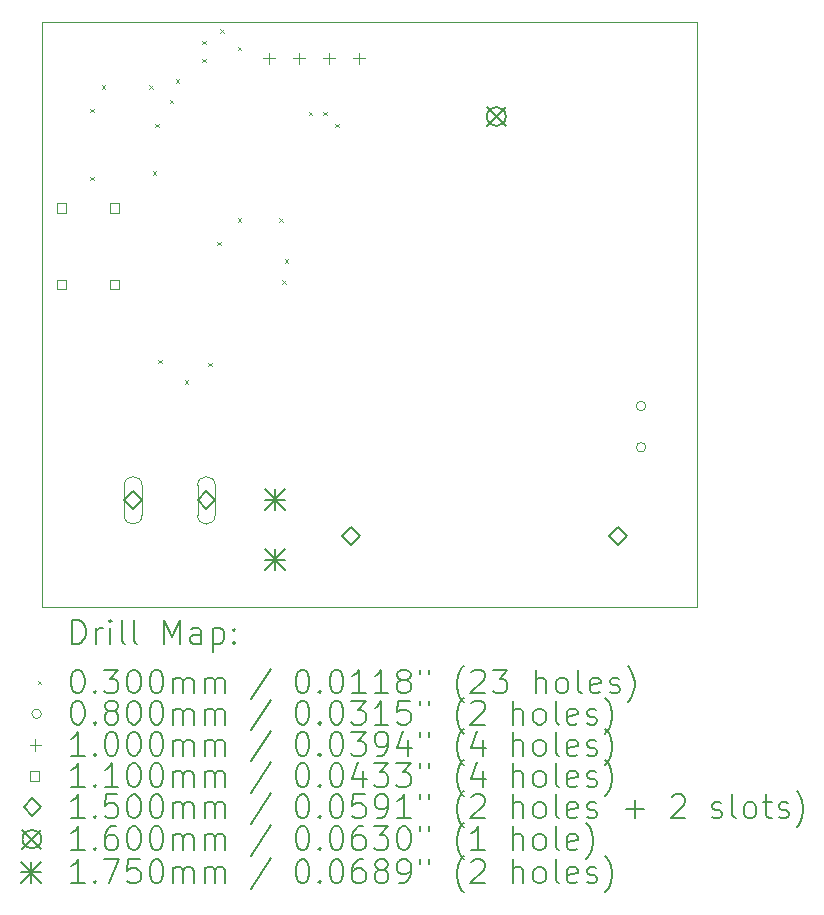
<source format=gbr>
%TF.GenerationSoftware,KiCad,Pcbnew,9.0.1+1*%
%TF.CreationDate,2025-10-27T20:24:24+00:00*%
%TF.ProjectId,ECAD_main,45434144-5f6d-4616-996e-2e6b69636164,rev?*%
%TF.SameCoordinates,Original*%
%TF.FileFunction,Drillmap*%
%TF.FilePolarity,Positive*%
%FSLAX45Y45*%
G04 Gerber Fmt 4.5, Leading zero omitted, Abs format (unit mm)*
G04 Created by KiCad (PCBNEW 9.0.1+1) date 2025-10-27 20:24:24*
%MOMM*%
%LPD*%
G01*
G04 APERTURE LIST*
%ADD10C,0.050000*%
%ADD11C,0.200000*%
%ADD12C,0.100000*%
%ADD13C,0.110000*%
%ADD14C,0.150000*%
%ADD15C,0.160000*%
%ADD16C,0.175000*%
G04 APERTURE END LIST*
D10*
X1250000Y-2300000D02*
X6800000Y-2300000D01*
X6800000Y-7250000D01*
X1250000Y-7250000D01*
X1250000Y-2300000D01*
D11*
D12*
X1660000Y-3035000D02*
X1690000Y-3065000D01*
X1690000Y-3035000D02*
X1660000Y-3065000D01*
X1660000Y-3610000D02*
X1690000Y-3640000D01*
X1690000Y-3610000D02*
X1660000Y-3640000D01*
X1760000Y-2835000D02*
X1790000Y-2865000D01*
X1790000Y-2835000D02*
X1760000Y-2865000D01*
X2160000Y-2835000D02*
X2190000Y-2865000D01*
X2190000Y-2835000D02*
X2160000Y-2865000D01*
X2189927Y-3564926D02*
X2219927Y-3594926D01*
X2219927Y-3564926D02*
X2189927Y-3594926D01*
X2210000Y-3160000D02*
X2240000Y-3190000D01*
X2240000Y-3160000D02*
X2210000Y-3190000D01*
X2235000Y-5160000D02*
X2265000Y-5190000D01*
X2265000Y-5160000D02*
X2235000Y-5190000D01*
X2335000Y-2960000D02*
X2365000Y-2990000D01*
X2365000Y-2960000D02*
X2335000Y-2990000D01*
X2385000Y-2785000D02*
X2415000Y-2815000D01*
X2415000Y-2785000D02*
X2385000Y-2815000D01*
X2460000Y-5335000D02*
X2490000Y-5365000D01*
X2490000Y-5335000D02*
X2460000Y-5365000D01*
X2610000Y-2460000D02*
X2640000Y-2490000D01*
X2640000Y-2460000D02*
X2610000Y-2490000D01*
X2610000Y-2610000D02*
X2640000Y-2640000D01*
X2640000Y-2610000D02*
X2610000Y-2640000D01*
X2660000Y-5185000D02*
X2690000Y-5215000D01*
X2690000Y-5185000D02*
X2660000Y-5215000D01*
X2735000Y-4160000D02*
X2765000Y-4190000D01*
X2765000Y-4160000D02*
X2735000Y-4190000D01*
X2760000Y-2360000D02*
X2790000Y-2390000D01*
X2790000Y-2360000D02*
X2760000Y-2390000D01*
X2910000Y-2510000D02*
X2940000Y-2540000D01*
X2940000Y-2510000D02*
X2910000Y-2540000D01*
X2910000Y-3960000D02*
X2940000Y-3990000D01*
X2940000Y-3960000D02*
X2910000Y-3990000D01*
X3260000Y-3960000D02*
X3290000Y-3990000D01*
X3290000Y-3960000D02*
X3260000Y-3990000D01*
X3285000Y-4485000D02*
X3315000Y-4515000D01*
X3315000Y-4485000D02*
X3285000Y-4515000D01*
X3310000Y-4310000D02*
X3340000Y-4340000D01*
X3340000Y-4310000D02*
X3310000Y-4340000D01*
X3510000Y-3060000D02*
X3540000Y-3090000D01*
X3540000Y-3060000D02*
X3510000Y-3090000D01*
X3635000Y-3060000D02*
X3665000Y-3090000D01*
X3665000Y-3060000D02*
X3635000Y-3090000D01*
X3735000Y-3160000D02*
X3765000Y-3190000D01*
X3765000Y-3160000D02*
X3735000Y-3190000D01*
X6365000Y-5550000D02*
G75*
G02*
X6285000Y-5550000I-40000J0D01*
G01*
X6285000Y-5550000D02*
G75*
G02*
X6365000Y-5550000I40000J0D01*
G01*
X6365000Y-5900000D02*
G75*
G02*
X6285000Y-5900000I-40000J0D01*
G01*
X6285000Y-5900000D02*
G75*
G02*
X6365000Y-5900000I40000J0D01*
G01*
X3177750Y-2558750D02*
X3177750Y-2658750D01*
X3127750Y-2608750D02*
X3227750Y-2608750D01*
X3431750Y-2558750D02*
X3431750Y-2658750D01*
X3381750Y-2608750D02*
X3481750Y-2608750D01*
X3685750Y-2558750D02*
X3685750Y-2658750D01*
X3635750Y-2608750D02*
X3735750Y-2608750D01*
X3939750Y-2558750D02*
X3939750Y-2658750D01*
X3889750Y-2608750D02*
X3989750Y-2608750D01*
D13*
X1455141Y-3913891D02*
X1455141Y-3836109D01*
X1377359Y-3836109D01*
X1377359Y-3913891D01*
X1455141Y-3913891D01*
X1455141Y-4563891D02*
X1455141Y-4486109D01*
X1377359Y-4486109D01*
X1377359Y-4563891D01*
X1455141Y-4563891D01*
X1905141Y-3913891D02*
X1905141Y-3836109D01*
X1827359Y-3836109D01*
X1827359Y-3913891D01*
X1905141Y-3913891D01*
X1905141Y-4563891D02*
X1905141Y-4486109D01*
X1827359Y-4486109D01*
X1827359Y-4563891D01*
X1905141Y-4563891D01*
D14*
X2025000Y-6425000D02*
X2100000Y-6350000D01*
X2025000Y-6275000D01*
X1950000Y-6350000D01*
X2025000Y-6425000D01*
D12*
X1950000Y-6224000D02*
X1950000Y-6476000D01*
X2100000Y-6476000D02*
G75*
G02*
X1950000Y-6476000I-75000J0D01*
G01*
X2100000Y-6476000D02*
X2100000Y-6224000D01*
X2100000Y-6224000D02*
G75*
G03*
X1950000Y-6224000I-75000J0D01*
G01*
D14*
X2645000Y-6425000D02*
X2720000Y-6350000D01*
X2645000Y-6275000D01*
X2570000Y-6350000D01*
X2645000Y-6425000D01*
D12*
X2570000Y-6224000D02*
X2570000Y-6476000D01*
X2720000Y-6476000D02*
G75*
G02*
X2570000Y-6476000I-75000J0D01*
G01*
X2720000Y-6476000D02*
X2720000Y-6224000D01*
X2720000Y-6224000D02*
G75*
G03*
X2570000Y-6224000I-75000J0D01*
G01*
D14*
X3870000Y-6725000D02*
X3945000Y-6650000D01*
X3870000Y-6575000D01*
X3795000Y-6650000D01*
X3870000Y-6725000D01*
X6130000Y-6725000D02*
X6205000Y-6650000D01*
X6130000Y-6575000D01*
X6055000Y-6650000D01*
X6130000Y-6725000D01*
D15*
X5020000Y-3020000D02*
X5180000Y-3180000D01*
X5180000Y-3020000D02*
X5020000Y-3180000D01*
X5180000Y-3100000D02*
G75*
G02*
X5020000Y-3100000I-80000J0D01*
G01*
X5020000Y-3100000D02*
G75*
G02*
X5180000Y-3100000I80000J0D01*
G01*
D16*
X3137500Y-6258000D02*
X3312500Y-6433000D01*
X3312500Y-6258000D02*
X3137500Y-6433000D01*
X3225000Y-6258000D02*
X3225000Y-6433000D01*
X3137500Y-6345500D02*
X3312500Y-6345500D01*
X3137500Y-6766000D02*
X3312500Y-6941000D01*
X3312500Y-6766000D02*
X3137500Y-6941000D01*
X3225000Y-6766000D02*
X3225000Y-6941000D01*
X3137500Y-6853500D02*
X3312500Y-6853500D01*
D11*
X1508277Y-7563984D02*
X1508277Y-7363984D01*
X1508277Y-7363984D02*
X1555896Y-7363984D01*
X1555896Y-7363984D02*
X1584467Y-7373508D01*
X1584467Y-7373508D02*
X1603515Y-7392555D01*
X1603515Y-7392555D02*
X1613039Y-7411603D01*
X1613039Y-7411603D02*
X1622562Y-7449698D01*
X1622562Y-7449698D02*
X1622562Y-7478269D01*
X1622562Y-7478269D02*
X1613039Y-7516365D01*
X1613039Y-7516365D02*
X1603515Y-7535412D01*
X1603515Y-7535412D02*
X1584467Y-7554460D01*
X1584467Y-7554460D02*
X1555896Y-7563984D01*
X1555896Y-7563984D02*
X1508277Y-7563984D01*
X1708277Y-7563984D02*
X1708277Y-7430650D01*
X1708277Y-7468746D02*
X1717801Y-7449698D01*
X1717801Y-7449698D02*
X1727324Y-7440174D01*
X1727324Y-7440174D02*
X1746372Y-7430650D01*
X1746372Y-7430650D02*
X1765420Y-7430650D01*
X1832086Y-7563984D02*
X1832086Y-7430650D01*
X1832086Y-7363984D02*
X1822562Y-7373508D01*
X1822562Y-7373508D02*
X1832086Y-7383031D01*
X1832086Y-7383031D02*
X1841610Y-7373508D01*
X1841610Y-7373508D02*
X1832086Y-7363984D01*
X1832086Y-7363984D02*
X1832086Y-7383031D01*
X1955896Y-7563984D02*
X1936848Y-7554460D01*
X1936848Y-7554460D02*
X1927324Y-7535412D01*
X1927324Y-7535412D02*
X1927324Y-7363984D01*
X2060658Y-7563984D02*
X2041610Y-7554460D01*
X2041610Y-7554460D02*
X2032086Y-7535412D01*
X2032086Y-7535412D02*
X2032086Y-7363984D01*
X2289229Y-7563984D02*
X2289229Y-7363984D01*
X2289229Y-7363984D02*
X2355896Y-7506841D01*
X2355896Y-7506841D02*
X2422563Y-7363984D01*
X2422563Y-7363984D02*
X2422563Y-7563984D01*
X2603515Y-7563984D02*
X2603515Y-7459222D01*
X2603515Y-7459222D02*
X2593991Y-7440174D01*
X2593991Y-7440174D02*
X2574944Y-7430650D01*
X2574944Y-7430650D02*
X2536848Y-7430650D01*
X2536848Y-7430650D02*
X2517801Y-7440174D01*
X2603515Y-7554460D02*
X2584467Y-7563984D01*
X2584467Y-7563984D02*
X2536848Y-7563984D01*
X2536848Y-7563984D02*
X2517801Y-7554460D01*
X2517801Y-7554460D02*
X2508277Y-7535412D01*
X2508277Y-7535412D02*
X2508277Y-7516365D01*
X2508277Y-7516365D02*
X2517801Y-7497317D01*
X2517801Y-7497317D02*
X2536848Y-7487793D01*
X2536848Y-7487793D02*
X2584467Y-7487793D01*
X2584467Y-7487793D02*
X2603515Y-7478269D01*
X2698753Y-7430650D02*
X2698753Y-7630650D01*
X2698753Y-7440174D02*
X2717801Y-7430650D01*
X2717801Y-7430650D02*
X2755896Y-7430650D01*
X2755896Y-7430650D02*
X2774944Y-7440174D01*
X2774944Y-7440174D02*
X2784467Y-7449698D01*
X2784467Y-7449698D02*
X2793991Y-7468746D01*
X2793991Y-7468746D02*
X2793991Y-7525888D01*
X2793991Y-7525888D02*
X2784467Y-7544936D01*
X2784467Y-7544936D02*
X2774944Y-7554460D01*
X2774944Y-7554460D02*
X2755896Y-7563984D01*
X2755896Y-7563984D02*
X2717801Y-7563984D01*
X2717801Y-7563984D02*
X2698753Y-7554460D01*
X2879705Y-7544936D02*
X2889229Y-7554460D01*
X2889229Y-7554460D02*
X2879705Y-7563984D01*
X2879705Y-7563984D02*
X2870182Y-7554460D01*
X2870182Y-7554460D02*
X2879705Y-7544936D01*
X2879705Y-7544936D02*
X2879705Y-7563984D01*
X2879705Y-7440174D02*
X2889229Y-7449698D01*
X2889229Y-7449698D02*
X2879705Y-7459222D01*
X2879705Y-7459222D02*
X2870182Y-7449698D01*
X2870182Y-7449698D02*
X2879705Y-7440174D01*
X2879705Y-7440174D02*
X2879705Y-7459222D01*
D12*
X1217500Y-7877500D02*
X1247500Y-7907500D01*
X1247500Y-7877500D02*
X1217500Y-7907500D01*
D11*
X1546372Y-7783984D02*
X1565420Y-7783984D01*
X1565420Y-7783984D02*
X1584467Y-7793508D01*
X1584467Y-7793508D02*
X1593991Y-7803031D01*
X1593991Y-7803031D02*
X1603515Y-7822079D01*
X1603515Y-7822079D02*
X1613039Y-7860174D01*
X1613039Y-7860174D02*
X1613039Y-7907793D01*
X1613039Y-7907793D02*
X1603515Y-7945888D01*
X1603515Y-7945888D02*
X1593991Y-7964936D01*
X1593991Y-7964936D02*
X1584467Y-7974460D01*
X1584467Y-7974460D02*
X1565420Y-7983984D01*
X1565420Y-7983984D02*
X1546372Y-7983984D01*
X1546372Y-7983984D02*
X1527324Y-7974460D01*
X1527324Y-7974460D02*
X1517801Y-7964936D01*
X1517801Y-7964936D02*
X1508277Y-7945888D01*
X1508277Y-7945888D02*
X1498753Y-7907793D01*
X1498753Y-7907793D02*
X1498753Y-7860174D01*
X1498753Y-7860174D02*
X1508277Y-7822079D01*
X1508277Y-7822079D02*
X1517801Y-7803031D01*
X1517801Y-7803031D02*
X1527324Y-7793508D01*
X1527324Y-7793508D02*
X1546372Y-7783984D01*
X1698753Y-7964936D02*
X1708277Y-7974460D01*
X1708277Y-7974460D02*
X1698753Y-7983984D01*
X1698753Y-7983984D02*
X1689229Y-7974460D01*
X1689229Y-7974460D02*
X1698753Y-7964936D01*
X1698753Y-7964936D02*
X1698753Y-7983984D01*
X1774943Y-7783984D02*
X1898753Y-7783984D01*
X1898753Y-7783984D02*
X1832086Y-7860174D01*
X1832086Y-7860174D02*
X1860658Y-7860174D01*
X1860658Y-7860174D02*
X1879705Y-7869698D01*
X1879705Y-7869698D02*
X1889229Y-7879222D01*
X1889229Y-7879222D02*
X1898753Y-7898269D01*
X1898753Y-7898269D02*
X1898753Y-7945888D01*
X1898753Y-7945888D02*
X1889229Y-7964936D01*
X1889229Y-7964936D02*
X1879705Y-7974460D01*
X1879705Y-7974460D02*
X1860658Y-7983984D01*
X1860658Y-7983984D02*
X1803515Y-7983984D01*
X1803515Y-7983984D02*
X1784467Y-7974460D01*
X1784467Y-7974460D02*
X1774943Y-7964936D01*
X2022562Y-7783984D02*
X2041610Y-7783984D01*
X2041610Y-7783984D02*
X2060658Y-7793508D01*
X2060658Y-7793508D02*
X2070182Y-7803031D01*
X2070182Y-7803031D02*
X2079705Y-7822079D01*
X2079705Y-7822079D02*
X2089229Y-7860174D01*
X2089229Y-7860174D02*
X2089229Y-7907793D01*
X2089229Y-7907793D02*
X2079705Y-7945888D01*
X2079705Y-7945888D02*
X2070182Y-7964936D01*
X2070182Y-7964936D02*
X2060658Y-7974460D01*
X2060658Y-7974460D02*
X2041610Y-7983984D01*
X2041610Y-7983984D02*
X2022562Y-7983984D01*
X2022562Y-7983984D02*
X2003515Y-7974460D01*
X2003515Y-7974460D02*
X1993991Y-7964936D01*
X1993991Y-7964936D02*
X1984467Y-7945888D01*
X1984467Y-7945888D02*
X1974943Y-7907793D01*
X1974943Y-7907793D02*
X1974943Y-7860174D01*
X1974943Y-7860174D02*
X1984467Y-7822079D01*
X1984467Y-7822079D02*
X1993991Y-7803031D01*
X1993991Y-7803031D02*
X2003515Y-7793508D01*
X2003515Y-7793508D02*
X2022562Y-7783984D01*
X2213039Y-7783984D02*
X2232086Y-7783984D01*
X2232086Y-7783984D02*
X2251134Y-7793508D01*
X2251134Y-7793508D02*
X2260658Y-7803031D01*
X2260658Y-7803031D02*
X2270182Y-7822079D01*
X2270182Y-7822079D02*
X2279705Y-7860174D01*
X2279705Y-7860174D02*
X2279705Y-7907793D01*
X2279705Y-7907793D02*
X2270182Y-7945888D01*
X2270182Y-7945888D02*
X2260658Y-7964936D01*
X2260658Y-7964936D02*
X2251134Y-7974460D01*
X2251134Y-7974460D02*
X2232086Y-7983984D01*
X2232086Y-7983984D02*
X2213039Y-7983984D01*
X2213039Y-7983984D02*
X2193991Y-7974460D01*
X2193991Y-7974460D02*
X2184467Y-7964936D01*
X2184467Y-7964936D02*
X2174944Y-7945888D01*
X2174944Y-7945888D02*
X2165420Y-7907793D01*
X2165420Y-7907793D02*
X2165420Y-7860174D01*
X2165420Y-7860174D02*
X2174944Y-7822079D01*
X2174944Y-7822079D02*
X2184467Y-7803031D01*
X2184467Y-7803031D02*
X2193991Y-7793508D01*
X2193991Y-7793508D02*
X2213039Y-7783984D01*
X2365420Y-7983984D02*
X2365420Y-7850650D01*
X2365420Y-7869698D02*
X2374944Y-7860174D01*
X2374944Y-7860174D02*
X2393991Y-7850650D01*
X2393991Y-7850650D02*
X2422563Y-7850650D01*
X2422563Y-7850650D02*
X2441610Y-7860174D01*
X2441610Y-7860174D02*
X2451134Y-7879222D01*
X2451134Y-7879222D02*
X2451134Y-7983984D01*
X2451134Y-7879222D02*
X2460658Y-7860174D01*
X2460658Y-7860174D02*
X2479705Y-7850650D01*
X2479705Y-7850650D02*
X2508277Y-7850650D01*
X2508277Y-7850650D02*
X2527325Y-7860174D01*
X2527325Y-7860174D02*
X2536848Y-7879222D01*
X2536848Y-7879222D02*
X2536848Y-7983984D01*
X2632086Y-7983984D02*
X2632086Y-7850650D01*
X2632086Y-7869698D02*
X2641610Y-7860174D01*
X2641610Y-7860174D02*
X2660658Y-7850650D01*
X2660658Y-7850650D02*
X2689229Y-7850650D01*
X2689229Y-7850650D02*
X2708277Y-7860174D01*
X2708277Y-7860174D02*
X2717801Y-7879222D01*
X2717801Y-7879222D02*
X2717801Y-7983984D01*
X2717801Y-7879222D02*
X2727325Y-7860174D01*
X2727325Y-7860174D02*
X2746372Y-7850650D01*
X2746372Y-7850650D02*
X2774944Y-7850650D01*
X2774944Y-7850650D02*
X2793991Y-7860174D01*
X2793991Y-7860174D02*
X2803515Y-7879222D01*
X2803515Y-7879222D02*
X2803515Y-7983984D01*
X3193991Y-7774460D02*
X3022563Y-8031603D01*
X3451134Y-7783984D02*
X3470182Y-7783984D01*
X3470182Y-7783984D02*
X3489229Y-7793508D01*
X3489229Y-7793508D02*
X3498753Y-7803031D01*
X3498753Y-7803031D02*
X3508277Y-7822079D01*
X3508277Y-7822079D02*
X3517801Y-7860174D01*
X3517801Y-7860174D02*
X3517801Y-7907793D01*
X3517801Y-7907793D02*
X3508277Y-7945888D01*
X3508277Y-7945888D02*
X3498753Y-7964936D01*
X3498753Y-7964936D02*
X3489229Y-7974460D01*
X3489229Y-7974460D02*
X3470182Y-7983984D01*
X3470182Y-7983984D02*
X3451134Y-7983984D01*
X3451134Y-7983984D02*
X3432086Y-7974460D01*
X3432086Y-7974460D02*
X3422563Y-7964936D01*
X3422563Y-7964936D02*
X3413039Y-7945888D01*
X3413039Y-7945888D02*
X3403515Y-7907793D01*
X3403515Y-7907793D02*
X3403515Y-7860174D01*
X3403515Y-7860174D02*
X3413039Y-7822079D01*
X3413039Y-7822079D02*
X3422563Y-7803031D01*
X3422563Y-7803031D02*
X3432086Y-7793508D01*
X3432086Y-7793508D02*
X3451134Y-7783984D01*
X3603515Y-7964936D02*
X3613039Y-7974460D01*
X3613039Y-7974460D02*
X3603515Y-7983984D01*
X3603515Y-7983984D02*
X3593991Y-7974460D01*
X3593991Y-7974460D02*
X3603515Y-7964936D01*
X3603515Y-7964936D02*
X3603515Y-7983984D01*
X3736848Y-7783984D02*
X3755896Y-7783984D01*
X3755896Y-7783984D02*
X3774944Y-7793508D01*
X3774944Y-7793508D02*
X3784467Y-7803031D01*
X3784467Y-7803031D02*
X3793991Y-7822079D01*
X3793991Y-7822079D02*
X3803515Y-7860174D01*
X3803515Y-7860174D02*
X3803515Y-7907793D01*
X3803515Y-7907793D02*
X3793991Y-7945888D01*
X3793991Y-7945888D02*
X3784467Y-7964936D01*
X3784467Y-7964936D02*
X3774944Y-7974460D01*
X3774944Y-7974460D02*
X3755896Y-7983984D01*
X3755896Y-7983984D02*
X3736848Y-7983984D01*
X3736848Y-7983984D02*
X3717801Y-7974460D01*
X3717801Y-7974460D02*
X3708277Y-7964936D01*
X3708277Y-7964936D02*
X3698753Y-7945888D01*
X3698753Y-7945888D02*
X3689229Y-7907793D01*
X3689229Y-7907793D02*
X3689229Y-7860174D01*
X3689229Y-7860174D02*
X3698753Y-7822079D01*
X3698753Y-7822079D02*
X3708277Y-7803031D01*
X3708277Y-7803031D02*
X3717801Y-7793508D01*
X3717801Y-7793508D02*
X3736848Y-7783984D01*
X3993991Y-7983984D02*
X3879706Y-7983984D01*
X3936848Y-7983984D02*
X3936848Y-7783984D01*
X3936848Y-7783984D02*
X3917801Y-7812555D01*
X3917801Y-7812555D02*
X3898753Y-7831603D01*
X3898753Y-7831603D02*
X3879706Y-7841127D01*
X4184467Y-7983984D02*
X4070182Y-7983984D01*
X4127325Y-7983984D02*
X4127325Y-7783984D01*
X4127325Y-7783984D02*
X4108277Y-7812555D01*
X4108277Y-7812555D02*
X4089229Y-7831603D01*
X4089229Y-7831603D02*
X4070182Y-7841127D01*
X4298753Y-7869698D02*
X4279706Y-7860174D01*
X4279706Y-7860174D02*
X4270182Y-7850650D01*
X4270182Y-7850650D02*
X4260658Y-7831603D01*
X4260658Y-7831603D02*
X4260658Y-7822079D01*
X4260658Y-7822079D02*
X4270182Y-7803031D01*
X4270182Y-7803031D02*
X4279706Y-7793508D01*
X4279706Y-7793508D02*
X4298753Y-7783984D01*
X4298753Y-7783984D02*
X4336849Y-7783984D01*
X4336849Y-7783984D02*
X4355896Y-7793508D01*
X4355896Y-7793508D02*
X4365420Y-7803031D01*
X4365420Y-7803031D02*
X4374944Y-7822079D01*
X4374944Y-7822079D02*
X4374944Y-7831603D01*
X4374944Y-7831603D02*
X4365420Y-7850650D01*
X4365420Y-7850650D02*
X4355896Y-7860174D01*
X4355896Y-7860174D02*
X4336849Y-7869698D01*
X4336849Y-7869698D02*
X4298753Y-7869698D01*
X4298753Y-7869698D02*
X4279706Y-7879222D01*
X4279706Y-7879222D02*
X4270182Y-7888746D01*
X4270182Y-7888746D02*
X4260658Y-7907793D01*
X4260658Y-7907793D02*
X4260658Y-7945888D01*
X4260658Y-7945888D02*
X4270182Y-7964936D01*
X4270182Y-7964936D02*
X4279706Y-7974460D01*
X4279706Y-7974460D02*
X4298753Y-7983984D01*
X4298753Y-7983984D02*
X4336849Y-7983984D01*
X4336849Y-7983984D02*
X4355896Y-7974460D01*
X4355896Y-7974460D02*
X4365420Y-7964936D01*
X4365420Y-7964936D02*
X4374944Y-7945888D01*
X4374944Y-7945888D02*
X4374944Y-7907793D01*
X4374944Y-7907793D02*
X4365420Y-7888746D01*
X4365420Y-7888746D02*
X4355896Y-7879222D01*
X4355896Y-7879222D02*
X4336849Y-7869698D01*
X4451134Y-7783984D02*
X4451134Y-7822079D01*
X4527325Y-7783984D02*
X4527325Y-7822079D01*
X4822563Y-8060174D02*
X4813039Y-8050650D01*
X4813039Y-8050650D02*
X4793991Y-8022079D01*
X4793991Y-8022079D02*
X4784468Y-8003031D01*
X4784468Y-8003031D02*
X4774944Y-7974460D01*
X4774944Y-7974460D02*
X4765420Y-7926841D01*
X4765420Y-7926841D02*
X4765420Y-7888746D01*
X4765420Y-7888746D02*
X4774944Y-7841127D01*
X4774944Y-7841127D02*
X4784468Y-7812555D01*
X4784468Y-7812555D02*
X4793991Y-7793508D01*
X4793991Y-7793508D02*
X4813039Y-7764936D01*
X4813039Y-7764936D02*
X4822563Y-7755412D01*
X4889230Y-7803031D02*
X4898753Y-7793508D01*
X4898753Y-7793508D02*
X4917801Y-7783984D01*
X4917801Y-7783984D02*
X4965420Y-7783984D01*
X4965420Y-7783984D02*
X4984468Y-7793508D01*
X4984468Y-7793508D02*
X4993991Y-7803031D01*
X4993991Y-7803031D02*
X5003515Y-7822079D01*
X5003515Y-7822079D02*
X5003515Y-7841127D01*
X5003515Y-7841127D02*
X4993991Y-7869698D01*
X4993991Y-7869698D02*
X4879706Y-7983984D01*
X4879706Y-7983984D02*
X5003515Y-7983984D01*
X5070182Y-7783984D02*
X5193991Y-7783984D01*
X5193991Y-7783984D02*
X5127325Y-7860174D01*
X5127325Y-7860174D02*
X5155896Y-7860174D01*
X5155896Y-7860174D02*
X5174944Y-7869698D01*
X5174944Y-7869698D02*
X5184468Y-7879222D01*
X5184468Y-7879222D02*
X5193991Y-7898269D01*
X5193991Y-7898269D02*
X5193991Y-7945888D01*
X5193991Y-7945888D02*
X5184468Y-7964936D01*
X5184468Y-7964936D02*
X5174944Y-7974460D01*
X5174944Y-7974460D02*
X5155896Y-7983984D01*
X5155896Y-7983984D02*
X5098753Y-7983984D01*
X5098753Y-7983984D02*
X5079706Y-7974460D01*
X5079706Y-7974460D02*
X5070182Y-7964936D01*
X5432087Y-7983984D02*
X5432087Y-7783984D01*
X5517801Y-7983984D02*
X5517801Y-7879222D01*
X5517801Y-7879222D02*
X5508277Y-7860174D01*
X5508277Y-7860174D02*
X5489230Y-7850650D01*
X5489230Y-7850650D02*
X5460658Y-7850650D01*
X5460658Y-7850650D02*
X5441611Y-7860174D01*
X5441611Y-7860174D02*
X5432087Y-7869698D01*
X5641610Y-7983984D02*
X5622563Y-7974460D01*
X5622563Y-7974460D02*
X5613039Y-7964936D01*
X5613039Y-7964936D02*
X5603515Y-7945888D01*
X5603515Y-7945888D02*
X5603515Y-7888746D01*
X5603515Y-7888746D02*
X5613039Y-7869698D01*
X5613039Y-7869698D02*
X5622563Y-7860174D01*
X5622563Y-7860174D02*
X5641610Y-7850650D01*
X5641610Y-7850650D02*
X5670182Y-7850650D01*
X5670182Y-7850650D02*
X5689230Y-7860174D01*
X5689230Y-7860174D02*
X5698753Y-7869698D01*
X5698753Y-7869698D02*
X5708277Y-7888746D01*
X5708277Y-7888746D02*
X5708277Y-7945888D01*
X5708277Y-7945888D02*
X5698753Y-7964936D01*
X5698753Y-7964936D02*
X5689230Y-7974460D01*
X5689230Y-7974460D02*
X5670182Y-7983984D01*
X5670182Y-7983984D02*
X5641610Y-7983984D01*
X5822563Y-7983984D02*
X5803515Y-7974460D01*
X5803515Y-7974460D02*
X5793991Y-7955412D01*
X5793991Y-7955412D02*
X5793991Y-7783984D01*
X5974944Y-7974460D02*
X5955896Y-7983984D01*
X5955896Y-7983984D02*
X5917801Y-7983984D01*
X5917801Y-7983984D02*
X5898753Y-7974460D01*
X5898753Y-7974460D02*
X5889230Y-7955412D01*
X5889230Y-7955412D02*
X5889230Y-7879222D01*
X5889230Y-7879222D02*
X5898753Y-7860174D01*
X5898753Y-7860174D02*
X5917801Y-7850650D01*
X5917801Y-7850650D02*
X5955896Y-7850650D01*
X5955896Y-7850650D02*
X5974944Y-7860174D01*
X5974944Y-7860174D02*
X5984468Y-7879222D01*
X5984468Y-7879222D02*
X5984468Y-7898269D01*
X5984468Y-7898269D02*
X5889230Y-7917317D01*
X6060658Y-7974460D02*
X6079706Y-7983984D01*
X6079706Y-7983984D02*
X6117801Y-7983984D01*
X6117801Y-7983984D02*
X6136849Y-7974460D01*
X6136849Y-7974460D02*
X6146372Y-7955412D01*
X6146372Y-7955412D02*
X6146372Y-7945888D01*
X6146372Y-7945888D02*
X6136849Y-7926841D01*
X6136849Y-7926841D02*
X6117801Y-7917317D01*
X6117801Y-7917317D02*
X6089230Y-7917317D01*
X6089230Y-7917317D02*
X6070182Y-7907793D01*
X6070182Y-7907793D02*
X6060658Y-7888746D01*
X6060658Y-7888746D02*
X6060658Y-7879222D01*
X6060658Y-7879222D02*
X6070182Y-7860174D01*
X6070182Y-7860174D02*
X6089230Y-7850650D01*
X6089230Y-7850650D02*
X6117801Y-7850650D01*
X6117801Y-7850650D02*
X6136849Y-7860174D01*
X6213039Y-8060174D02*
X6222563Y-8050650D01*
X6222563Y-8050650D02*
X6241611Y-8022079D01*
X6241611Y-8022079D02*
X6251134Y-8003031D01*
X6251134Y-8003031D02*
X6260658Y-7974460D01*
X6260658Y-7974460D02*
X6270182Y-7926841D01*
X6270182Y-7926841D02*
X6270182Y-7888746D01*
X6270182Y-7888746D02*
X6260658Y-7841127D01*
X6260658Y-7841127D02*
X6251134Y-7812555D01*
X6251134Y-7812555D02*
X6241611Y-7793508D01*
X6241611Y-7793508D02*
X6222563Y-7764936D01*
X6222563Y-7764936D02*
X6213039Y-7755412D01*
D12*
X1247500Y-8156500D02*
G75*
G02*
X1167500Y-8156500I-40000J0D01*
G01*
X1167500Y-8156500D02*
G75*
G02*
X1247500Y-8156500I40000J0D01*
G01*
D11*
X1546372Y-8047984D02*
X1565420Y-8047984D01*
X1565420Y-8047984D02*
X1584467Y-8057508D01*
X1584467Y-8057508D02*
X1593991Y-8067031D01*
X1593991Y-8067031D02*
X1603515Y-8086079D01*
X1603515Y-8086079D02*
X1613039Y-8124174D01*
X1613039Y-8124174D02*
X1613039Y-8171793D01*
X1613039Y-8171793D02*
X1603515Y-8209888D01*
X1603515Y-8209888D02*
X1593991Y-8228936D01*
X1593991Y-8228936D02*
X1584467Y-8238460D01*
X1584467Y-8238460D02*
X1565420Y-8247984D01*
X1565420Y-8247984D02*
X1546372Y-8247984D01*
X1546372Y-8247984D02*
X1527324Y-8238460D01*
X1527324Y-8238460D02*
X1517801Y-8228936D01*
X1517801Y-8228936D02*
X1508277Y-8209888D01*
X1508277Y-8209888D02*
X1498753Y-8171793D01*
X1498753Y-8171793D02*
X1498753Y-8124174D01*
X1498753Y-8124174D02*
X1508277Y-8086079D01*
X1508277Y-8086079D02*
X1517801Y-8067031D01*
X1517801Y-8067031D02*
X1527324Y-8057508D01*
X1527324Y-8057508D02*
X1546372Y-8047984D01*
X1698753Y-8228936D02*
X1708277Y-8238460D01*
X1708277Y-8238460D02*
X1698753Y-8247984D01*
X1698753Y-8247984D02*
X1689229Y-8238460D01*
X1689229Y-8238460D02*
X1698753Y-8228936D01*
X1698753Y-8228936D02*
X1698753Y-8247984D01*
X1822562Y-8133698D02*
X1803515Y-8124174D01*
X1803515Y-8124174D02*
X1793991Y-8114650D01*
X1793991Y-8114650D02*
X1784467Y-8095603D01*
X1784467Y-8095603D02*
X1784467Y-8086079D01*
X1784467Y-8086079D02*
X1793991Y-8067031D01*
X1793991Y-8067031D02*
X1803515Y-8057508D01*
X1803515Y-8057508D02*
X1822562Y-8047984D01*
X1822562Y-8047984D02*
X1860658Y-8047984D01*
X1860658Y-8047984D02*
X1879705Y-8057508D01*
X1879705Y-8057508D02*
X1889229Y-8067031D01*
X1889229Y-8067031D02*
X1898753Y-8086079D01*
X1898753Y-8086079D02*
X1898753Y-8095603D01*
X1898753Y-8095603D02*
X1889229Y-8114650D01*
X1889229Y-8114650D02*
X1879705Y-8124174D01*
X1879705Y-8124174D02*
X1860658Y-8133698D01*
X1860658Y-8133698D02*
X1822562Y-8133698D01*
X1822562Y-8133698D02*
X1803515Y-8143222D01*
X1803515Y-8143222D02*
X1793991Y-8152746D01*
X1793991Y-8152746D02*
X1784467Y-8171793D01*
X1784467Y-8171793D02*
X1784467Y-8209888D01*
X1784467Y-8209888D02*
X1793991Y-8228936D01*
X1793991Y-8228936D02*
X1803515Y-8238460D01*
X1803515Y-8238460D02*
X1822562Y-8247984D01*
X1822562Y-8247984D02*
X1860658Y-8247984D01*
X1860658Y-8247984D02*
X1879705Y-8238460D01*
X1879705Y-8238460D02*
X1889229Y-8228936D01*
X1889229Y-8228936D02*
X1898753Y-8209888D01*
X1898753Y-8209888D02*
X1898753Y-8171793D01*
X1898753Y-8171793D02*
X1889229Y-8152746D01*
X1889229Y-8152746D02*
X1879705Y-8143222D01*
X1879705Y-8143222D02*
X1860658Y-8133698D01*
X2022562Y-8047984D02*
X2041610Y-8047984D01*
X2041610Y-8047984D02*
X2060658Y-8057508D01*
X2060658Y-8057508D02*
X2070182Y-8067031D01*
X2070182Y-8067031D02*
X2079705Y-8086079D01*
X2079705Y-8086079D02*
X2089229Y-8124174D01*
X2089229Y-8124174D02*
X2089229Y-8171793D01*
X2089229Y-8171793D02*
X2079705Y-8209888D01*
X2079705Y-8209888D02*
X2070182Y-8228936D01*
X2070182Y-8228936D02*
X2060658Y-8238460D01*
X2060658Y-8238460D02*
X2041610Y-8247984D01*
X2041610Y-8247984D02*
X2022562Y-8247984D01*
X2022562Y-8247984D02*
X2003515Y-8238460D01*
X2003515Y-8238460D02*
X1993991Y-8228936D01*
X1993991Y-8228936D02*
X1984467Y-8209888D01*
X1984467Y-8209888D02*
X1974943Y-8171793D01*
X1974943Y-8171793D02*
X1974943Y-8124174D01*
X1974943Y-8124174D02*
X1984467Y-8086079D01*
X1984467Y-8086079D02*
X1993991Y-8067031D01*
X1993991Y-8067031D02*
X2003515Y-8057508D01*
X2003515Y-8057508D02*
X2022562Y-8047984D01*
X2213039Y-8047984D02*
X2232086Y-8047984D01*
X2232086Y-8047984D02*
X2251134Y-8057508D01*
X2251134Y-8057508D02*
X2260658Y-8067031D01*
X2260658Y-8067031D02*
X2270182Y-8086079D01*
X2270182Y-8086079D02*
X2279705Y-8124174D01*
X2279705Y-8124174D02*
X2279705Y-8171793D01*
X2279705Y-8171793D02*
X2270182Y-8209888D01*
X2270182Y-8209888D02*
X2260658Y-8228936D01*
X2260658Y-8228936D02*
X2251134Y-8238460D01*
X2251134Y-8238460D02*
X2232086Y-8247984D01*
X2232086Y-8247984D02*
X2213039Y-8247984D01*
X2213039Y-8247984D02*
X2193991Y-8238460D01*
X2193991Y-8238460D02*
X2184467Y-8228936D01*
X2184467Y-8228936D02*
X2174944Y-8209888D01*
X2174944Y-8209888D02*
X2165420Y-8171793D01*
X2165420Y-8171793D02*
X2165420Y-8124174D01*
X2165420Y-8124174D02*
X2174944Y-8086079D01*
X2174944Y-8086079D02*
X2184467Y-8067031D01*
X2184467Y-8067031D02*
X2193991Y-8057508D01*
X2193991Y-8057508D02*
X2213039Y-8047984D01*
X2365420Y-8247984D02*
X2365420Y-8114650D01*
X2365420Y-8133698D02*
X2374944Y-8124174D01*
X2374944Y-8124174D02*
X2393991Y-8114650D01*
X2393991Y-8114650D02*
X2422563Y-8114650D01*
X2422563Y-8114650D02*
X2441610Y-8124174D01*
X2441610Y-8124174D02*
X2451134Y-8143222D01*
X2451134Y-8143222D02*
X2451134Y-8247984D01*
X2451134Y-8143222D02*
X2460658Y-8124174D01*
X2460658Y-8124174D02*
X2479705Y-8114650D01*
X2479705Y-8114650D02*
X2508277Y-8114650D01*
X2508277Y-8114650D02*
X2527325Y-8124174D01*
X2527325Y-8124174D02*
X2536848Y-8143222D01*
X2536848Y-8143222D02*
X2536848Y-8247984D01*
X2632086Y-8247984D02*
X2632086Y-8114650D01*
X2632086Y-8133698D02*
X2641610Y-8124174D01*
X2641610Y-8124174D02*
X2660658Y-8114650D01*
X2660658Y-8114650D02*
X2689229Y-8114650D01*
X2689229Y-8114650D02*
X2708277Y-8124174D01*
X2708277Y-8124174D02*
X2717801Y-8143222D01*
X2717801Y-8143222D02*
X2717801Y-8247984D01*
X2717801Y-8143222D02*
X2727325Y-8124174D01*
X2727325Y-8124174D02*
X2746372Y-8114650D01*
X2746372Y-8114650D02*
X2774944Y-8114650D01*
X2774944Y-8114650D02*
X2793991Y-8124174D01*
X2793991Y-8124174D02*
X2803515Y-8143222D01*
X2803515Y-8143222D02*
X2803515Y-8247984D01*
X3193991Y-8038460D02*
X3022563Y-8295603D01*
X3451134Y-8047984D02*
X3470182Y-8047984D01*
X3470182Y-8047984D02*
X3489229Y-8057508D01*
X3489229Y-8057508D02*
X3498753Y-8067031D01*
X3498753Y-8067031D02*
X3508277Y-8086079D01*
X3508277Y-8086079D02*
X3517801Y-8124174D01*
X3517801Y-8124174D02*
X3517801Y-8171793D01*
X3517801Y-8171793D02*
X3508277Y-8209888D01*
X3508277Y-8209888D02*
X3498753Y-8228936D01*
X3498753Y-8228936D02*
X3489229Y-8238460D01*
X3489229Y-8238460D02*
X3470182Y-8247984D01*
X3470182Y-8247984D02*
X3451134Y-8247984D01*
X3451134Y-8247984D02*
X3432086Y-8238460D01*
X3432086Y-8238460D02*
X3422563Y-8228936D01*
X3422563Y-8228936D02*
X3413039Y-8209888D01*
X3413039Y-8209888D02*
X3403515Y-8171793D01*
X3403515Y-8171793D02*
X3403515Y-8124174D01*
X3403515Y-8124174D02*
X3413039Y-8086079D01*
X3413039Y-8086079D02*
X3422563Y-8067031D01*
X3422563Y-8067031D02*
X3432086Y-8057508D01*
X3432086Y-8057508D02*
X3451134Y-8047984D01*
X3603515Y-8228936D02*
X3613039Y-8238460D01*
X3613039Y-8238460D02*
X3603515Y-8247984D01*
X3603515Y-8247984D02*
X3593991Y-8238460D01*
X3593991Y-8238460D02*
X3603515Y-8228936D01*
X3603515Y-8228936D02*
X3603515Y-8247984D01*
X3736848Y-8047984D02*
X3755896Y-8047984D01*
X3755896Y-8047984D02*
X3774944Y-8057508D01*
X3774944Y-8057508D02*
X3784467Y-8067031D01*
X3784467Y-8067031D02*
X3793991Y-8086079D01*
X3793991Y-8086079D02*
X3803515Y-8124174D01*
X3803515Y-8124174D02*
X3803515Y-8171793D01*
X3803515Y-8171793D02*
X3793991Y-8209888D01*
X3793991Y-8209888D02*
X3784467Y-8228936D01*
X3784467Y-8228936D02*
X3774944Y-8238460D01*
X3774944Y-8238460D02*
X3755896Y-8247984D01*
X3755896Y-8247984D02*
X3736848Y-8247984D01*
X3736848Y-8247984D02*
X3717801Y-8238460D01*
X3717801Y-8238460D02*
X3708277Y-8228936D01*
X3708277Y-8228936D02*
X3698753Y-8209888D01*
X3698753Y-8209888D02*
X3689229Y-8171793D01*
X3689229Y-8171793D02*
X3689229Y-8124174D01*
X3689229Y-8124174D02*
X3698753Y-8086079D01*
X3698753Y-8086079D02*
X3708277Y-8067031D01*
X3708277Y-8067031D02*
X3717801Y-8057508D01*
X3717801Y-8057508D02*
X3736848Y-8047984D01*
X3870182Y-8047984D02*
X3993991Y-8047984D01*
X3993991Y-8047984D02*
X3927325Y-8124174D01*
X3927325Y-8124174D02*
X3955896Y-8124174D01*
X3955896Y-8124174D02*
X3974944Y-8133698D01*
X3974944Y-8133698D02*
X3984467Y-8143222D01*
X3984467Y-8143222D02*
X3993991Y-8162269D01*
X3993991Y-8162269D02*
X3993991Y-8209888D01*
X3993991Y-8209888D02*
X3984467Y-8228936D01*
X3984467Y-8228936D02*
X3974944Y-8238460D01*
X3974944Y-8238460D02*
X3955896Y-8247984D01*
X3955896Y-8247984D02*
X3898753Y-8247984D01*
X3898753Y-8247984D02*
X3879706Y-8238460D01*
X3879706Y-8238460D02*
X3870182Y-8228936D01*
X4184467Y-8247984D02*
X4070182Y-8247984D01*
X4127325Y-8247984D02*
X4127325Y-8047984D01*
X4127325Y-8047984D02*
X4108277Y-8076555D01*
X4108277Y-8076555D02*
X4089229Y-8095603D01*
X4089229Y-8095603D02*
X4070182Y-8105127D01*
X4365420Y-8047984D02*
X4270182Y-8047984D01*
X4270182Y-8047984D02*
X4260658Y-8143222D01*
X4260658Y-8143222D02*
X4270182Y-8133698D01*
X4270182Y-8133698D02*
X4289229Y-8124174D01*
X4289229Y-8124174D02*
X4336849Y-8124174D01*
X4336849Y-8124174D02*
X4355896Y-8133698D01*
X4355896Y-8133698D02*
X4365420Y-8143222D01*
X4365420Y-8143222D02*
X4374944Y-8162269D01*
X4374944Y-8162269D02*
X4374944Y-8209888D01*
X4374944Y-8209888D02*
X4365420Y-8228936D01*
X4365420Y-8228936D02*
X4355896Y-8238460D01*
X4355896Y-8238460D02*
X4336849Y-8247984D01*
X4336849Y-8247984D02*
X4289229Y-8247984D01*
X4289229Y-8247984D02*
X4270182Y-8238460D01*
X4270182Y-8238460D02*
X4260658Y-8228936D01*
X4451134Y-8047984D02*
X4451134Y-8086079D01*
X4527325Y-8047984D02*
X4527325Y-8086079D01*
X4822563Y-8324174D02*
X4813039Y-8314650D01*
X4813039Y-8314650D02*
X4793991Y-8286079D01*
X4793991Y-8286079D02*
X4784468Y-8267031D01*
X4784468Y-8267031D02*
X4774944Y-8238460D01*
X4774944Y-8238460D02*
X4765420Y-8190841D01*
X4765420Y-8190841D02*
X4765420Y-8152746D01*
X4765420Y-8152746D02*
X4774944Y-8105127D01*
X4774944Y-8105127D02*
X4784468Y-8076555D01*
X4784468Y-8076555D02*
X4793991Y-8057508D01*
X4793991Y-8057508D02*
X4813039Y-8028936D01*
X4813039Y-8028936D02*
X4822563Y-8019412D01*
X4889230Y-8067031D02*
X4898753Y-8057508D01*
X4898753Y-8057508D02*
X4917801Y-8047984D01*
X4917801Y-8047984D02*
X4965420Y-8047984D01*
X4965420Y-8047984D02*
X4984468Y-8057508D01*
X4984468Y-8057508D02*
X4993991Y-8067031D01*
X4993991Y-8067031D02*
X5003515Y-8086079D01*
X5003515Y-8086079D02*
X5003515Y-8105127D01*
X5003515Y-8105127D02*
X4993991Y-8133698D01*
X4993991Y-8133698D02*
X4879706Y-8247984D01*
X4879706Y-8247984D02*
X5003515Y-8247984D01*
X5241611Y-8247984D02*
X5241611Y-8047984D01*
X5327325Y-8247984D02*
X5327325Y-8143222D01*
X5327325Y-8143222D02*
X5317801Y-8124174D01*
X5317801Y-8124174D02*
X5298753Y-8114650D01*
X5298753Y-8114650D02*
X5270182Y-8114650D01*
X5270182Y-8114650D02*
X5251134Y-8124174D01*
X5251134Y-8124174D02*
X5241611Y-8133698D01*
X5451134Y-8247984D02*
X5432087Y-8238460D01*
X5432087Y-8238460D02*
X5422563Y-8228936D01*
X5422563Y-8228936D02*
X5413039Y-8209888D01*
X5413039Y-8209888D02*
X5413039Y-8152746D01*
X5413039Y-8152746D02*
X5422563Y-8133698D01*
X5422563Y-8133698D02*
X5432087Y-8124174D01*
X5432087Y-8124174D02*
X5451134Y-8114650D01*
X5451134Y-8114650D02*
X5479706Y-8114650D01*
X5479706Y-8114650D02*
X5498753Y-8124174D01*
X5498753Y-8124174D02*
X5508277Y-8133698D01*
X5508277Y-8133698D02*
X5517801Y-8152746D01*
X5517801Y-8152746D02*
X5517801Y-8209888D01*
X5517801Y-8209888D02*
X5508277Y-8228936D01*
X5508277Y-8228936D02*
X5498753Y-8238460D01*
X5498753Y-8238460D02*
X5479706Y-8247984D01*
X5479706Y-8247984D02*
X5451134Y-8247984D01*
X5632087Y-8247984D02*
X5613039Y-8238460D01*
X5613039Y-8238460D02*
X5603515Y-8219412D01*
X5603515Y-8219412D02*
X5603515Y-8047984D01*
X5784468Y-8238460D02*
X5765420Y-8247984D01*
X5765420Y-8247984D02*
X5727325Y-8247984D01*
X5727325Y-8247984D02*
X5708277Y-8238460D01*
X5708277Y-8238460D02*
X5698753Y-8219412D01*
X5698753Y-8219412D02*
X5698753Y-8143222D01*
X5698753Y-8143222D02*
X5708277Y-8124174D01*
X5708277Y-8124174D02*
X5727325Y-8114650D01*
X5727325Y-8114650D02*
X5765420Y-8114650D01*
X5765420Y-8114650D02*
X5784468Y-8124174D01*
X5784468Y-8124174D02*
X5793991Y-8143222D01*
X5793991Y-8143222D02*
X5793991Y-8162269D01*
X5793991Y-8162269D02*
X5698753Y-8181317D01*
X5870182Y-8238460D02*
X5889230Y-8247984D01*
X5889230Y-8247984D02*
X5927325Y-8247984D01*
X5927325Y-8247984D02*
X5946372Y-8238460D01*
X5946372Y-8238460D02*
X5955896Y-8219412D01*
X5955896Y-8219412D02*
X5955896Y-8209888D01*
X5955896Y-8209888D02*
X5946372Y-8190841D01*
X5946372Y-8190841D02*
X5927325Y-8181317D01*
X5927325Y-8181317D02*
X5898753Y-8181317D01*
X5898753Y-8181317D02*
X5879706Y-8171793D01*
X5879706Y-8171793D02*
X5870182Y-8152746D01*
X5870182Y-8152746D02*
X5870182Y-8143222D01*
X5870182Y-8143222D02*
X5879706Y-8124174D01*
X5879706Y-8124174D02*
X5898753Y-8114650D01*
X5898753Y-8114650D02*
X5927325Y-8114650D01*
X5927325Y-8114650D02*
X5946372Y-8124174D01*
X6022563Y-8324174D02*
X6032087Y-8314650D01*
X6032087Y-8314650D02*
X6051134Y-8286079D01*
X6051134Y-8286079D02*
X6060658Y-8267031D01*
X6060658Y-8267031D02*
X6070182Y-8238460D01*
X6070182Y-8238460D02*
X6079706Y-8190841D01*
X6079706Y-8190841D02*
X6079706Y-8152746D01*
X6079706Y-8152746D02*
X6070182Y-8105127D01*
X6070182Y-8105127D02*
X6060658Y-8076555D01*
X6060658Y-8076555D02*
X6051134Y-8057508D01*
X6051134Y-8057508D02*
X6032087Y-8028936D01*
X6032087Y-8028936D02*
X6022563Y-8019412D01*
D12*
X1197500Y-8370500D02*
X1197500Y-8470500D01*
X1147500Y-8420500D02*
X1247500Y-8420500D01*
D11*
X1613039Y-8511984D02*
X1498753Y-8511984D01*
X1555896Y-8511984D02*
X1555896Y-8311984D01*
X1555896Y-8311984D02*
X1536848Y-8340555D01*
X1536848Y-8340555D02*
X1517801Y-8359603D01*
X1517801Y-8359603D02*
X1498753Y-8369127D01*
X1698753Y-8492936D02*
X1708277Y-8502460D01*
X1708277Y-8502460D02*
X1698753Y-8511984D01*
X1698753Y-8511984D02*
X1689229Y-8502460D01*
X1689229Y-8502460D02*
X1698753Y-8492936D01*
X1698753Y-8492936D02*
X1698753Y-8511984D01*
X1832086Y-8311984D02*
X1851134Y-8311984D01*
X1851134Y-8311984D02*
X1870182Y-8321508D01*
X1870182Y-8321508D02*
X1879705Y-8331031D01*
X1879705Y-8331031D02*
X1889229Y-8350079D01*
X1889229Y-8350079D02*
X1898753Y-8388174D01*
X1898753Y-8388174D02*
X1898753Y-8435793D01*
X1898753Y-8435793D02*
X1889229Y-8473889D01*
X1889229Y-8473889D02*
X1879705Y-8492936D01*
X1879705Y-8492936D02*
X1870182Y-8502460D01*
X1870182Y-8502460D02*
X1851134Y-8511984D01*
X1851134Y-8511984D02*
X1832086Y-8511984D01*
X1832086Y-8511984D02*
X1813039Y-8502460D01*
X1813039Y-8502460D02*
X1803515Y-8492936D01*
X1803515Y-8492936D02*
X1793991Y-8473889D01*
X1793991Y-8473889D02*
X1784467Y-8435793D01*
X1784467Y-8435793D02*
X1784467Y-8388174D01*
X1784467Y-8388174D02*
X1793991Y-8350079D01*
X1793991Y-8350079D02*
X1803515Y-8331031D01*
X1803515Y-8331031D02*
X1813039Y-8321508D01*
X1813039Y-8321508D02*
X1832086Y-8311984D01*
X2022562Y-8311984D02*
X2041610Y-8311984D01*
X2041610Y-8311984D02*
X2060658Y-8321508D01*
X2060658Y-8321508D02*
X2070182Y-8331031D01*
X2070182Y-8331031D02*
X2079705Y-8350079D01*
X2079705Y-8350079D02*
X2089229Y-8388174D01*
X2089229Y-8388174D02*
X2089229Y-8435793D01*
X2089229Y-8435793D02*
X2079705Y-8473889D01*
X2079705Y-8473889D02*
X2070182Y-8492936D01*
X2070182Y-8492936D02*
X2060658Y-8502460D01*
X2060658Y-8502460D02*
X2041610Y-8511984D01*
X2041610Y-8511984D02*
X2022562Y-8511984D01*
X2022562Y-8511984D02*
X2003515Y-8502460D01*
X2003515Y-8502460D02*
X1993991Y-8492936D01*
X1993991Y-8492936D02*
X1984467Y-8473889D01*
X1984467Y-8473889D02*
X1974943Y-8435793D01*
X1974943Y-8435793D02*
X1974943Y-8388174D01*
X1974943Y-8388174D02*
X1984467Y-8350079D01*
X1984467Y-8350079D02*
X1993991Y-8331031D01*
X1993991Y-8331031D02*
X2003515Y-8321508D01*
X2003515Y-8321508D02*
X2022562Y-8311984D01*
X2213039Y-8311984D02*
X2232086Y-8311984D01*
X2232086Y-8311984D02*
X2251134Y-8321508D01*
X2251134Y-8321508D02*
X2260658Y-8331031D01*
X2260658Y-8331031D02*
X2270182Y-8350079D01*
X2270182Y-8350079D02*
X2279705Y-8388174D01*
X2279705Y-8388174D02*
X2279705Y-8435793D01*
X2279705Y-8435793D02*
X2270182Y-8473889D01*
X2270182Y-8473889D02*
X2260658Y-8492936D01*
X2260658Y-8492936D02*
X2251134Y-8502460D01*
X2251134Y-8502460D02*
X2232086Y-8511984D01*
X2232086Y-8511984D02*
X2213039Y-8511984D01*
X2213039Y-8511984D02*
X2193991Y-8502460D01*
X2193991Y-8502460D02*
X2184467Y-8492936D01*
X2184467Y-8492936D02*
X2174944Y-8473889D01*
X2174944Y-8473889D02*
X2165420Y-8435793D01*
X2165420Y-8435793D02*
X2165420Y-8388174D01*
X2165420Y-8388174D02*
X2174944Y-8350079D01*
X2174944Y-8350079D02*
X2184467Y-8331031D01*
X2184467Y-8331031D02*
X2193991Y-8321508D01*
X2193991Y-8321508D02*
X2213039Y-8311984D01*
X2365420Y-8511984D02*
X2365420Y-8378650D01*
X2365420Y-8397698D02*
X2374944Y-8388174D01*
X2374944Y-8388174D02*
X2393991Y-8378650D01*
X2393991Y-8378650D02*
X2422563Y-8378650D01*
X2422563Y-8378650D02*
X2441610Y-8388174D01*
X2441610Y-8388174D02*
X2451134Y-8407222D01*
X2451134Y-8407222D02*
X2451134Y-8511984D01*
X2451134Y-8407222D02*
X2460658Y-8388174D01*
X2460658Y-8388174D02*
X2479705Y-8378650D01*
X2479705Y-8378650D02*
X2508277Y-8378650D01*
X2508277Y-8378650D02*
X2527325Y-8388174D01*
X2527325Y-8388174D02*
X2536848Y-8407222D01*
X2536848Y-8407222D02*
X2536848Y-8511984D01*
X2632086Y-8511984D02*
X2632086Y-8378650D01*
X2632086Y-8397698D02*
X2641610Y-8388174D01*
X2641610Y-8388174D02*
X2660658Y-8378650D01*
X2660658Y-8378650D02*
X2689229Y-8378650D01*
X2689229Y-8378650D02*
X2708277Y-8388174D01*
X2708277Y-8388174D02*
X2717801Y-8407222D01*
X2717801Y-8407222D02*
X2717801Y-8511984D01*
X2717801Y-8407222D02*
X2727325Y-8388174D01*
X2727325Y-8388174D02*
X2746372Y-8378650D01*
X2746372Y-8378650D02*
X2774944Y-8378650D01*
X2774944Y-8378650D02*
X2793991Y-8388174D01*
X2793991Y-8388174D02*
X2803515Y-8407222D01*
X2803515Y-8407222D02*
X2803515Y-8511984D01*
X3193991Y-8302460D02*
X3022563Y-8559603D01*
X3451134Y-8311984D02*
X3470182Y-8311984D01*
X3470182Y-8311984D02*
X3489229Y-8321508D01*
X3489229Y-8321508D02*
X3498753Y-8331031D01*
X3498753Y-8331031D02*
X3508277Y-8350079D01*
X3508277Y-8350079D02*
X3517801Y-8388174D01*
X3517801Y-8388174D02*
X3517801Y-8435793D01*
X3517801Y-8435793D02*
X3508277Y-8473889D01*
X3508277Y-8473889D02*
X3498753Y-8492936D01*
X3498753Y-8492936D02*
X3489229Y-8502460D01*
X3489229Y-8502460D02*
X3470182Y-8511984D01*
X3470182Y-8511984D02*
X3451134Y-8511984D01*
X3451134Y-8511984D02*
X3432086Y-8502460D01*
X3432086Y-8502460D02*
X3422563Y-8492936D01*
X3422563Y-8492936D02*
X3413039Y-8473889D01*
X3413039Y-8473889D02*
X3403515Y-8435793D01*
X3403515Y-8435793D02*
X3403515Y-8388174D01*
X3403515Y-8388174D02*
X3413039Y-8350079D01*
X3413039Y-8350079D02*
X3422563Y-8331031D01*
X3422563Y-8331031D02*
X3432086Y-8321508D01*
X3432086Y-8321508D02*
X3451134Y-8311984D01*
X3603515Y-8492936D02*
X3613039Y-8502460D01*
X3613039Y-8502460D02*
X3603515Y-8511984D01*
X3603515Y-8511984D02*
X3593991Y-8502460D01*
X3593991Y-8502460D02*
X3603515Y-8492936D01*
X3603515Y-8492936D02*
X3603515Y-8511984D01*
X3736848Y-8311984D02*
X3755896Y-8311984D01*
X3755896Y-8311984D02*
X3774944Y-8321508D01*
X3774944Y-8321508D02*
X3784467Y-8331031D01*
X3784467Y-8331031D02*
X3793991Y-8350079D01*
X3793991Y-8350079D02*
X3803515Y-8388174D01*
X3803515Y-8388174D02*
X3803515Y-8435793D01*
X3803515Y-8435793D02*
X3793991Y-8473889D01*
X3793991Y-8473889D02*
X3784467Y-8492936D01*
X3784467Y-8492936D02*
X3774944Y-8502460D01*
X3774944Y-8502460D02*
X3755896Y-8511984D01*
X3755896Y-8511984D02*
X3736848Y-8511984D01*
X3736848Y-8511984D02*
X3717801Y-8502460D01*
X3717801Y-8502460D02*
X3708277Y-8492936D01*
X3708277Y-8492936D02*
X3698753Y-8473889D01*
X3698753Y-8473889D02*
X3689229Y-8435793D01*
X3689229Y-8435793D02*
X3689229Y-8388174D01*
X3689229Y-8388174D02*
X3698753Y-8350079D01*
X3698753Y-8350079D02*
X3708277Y-8331031D01*
X3708277Y-8331031D02*
X3717801Y-8321508D01*
X3717801Y-8321508D02*
X3736848Y-8311984D01*
X3870182Y-8311984D02*
X3993991Y-8311984D01*
X3993991Y-8311984D02*
X3927325Y-8388174D01*
X3927325Y-8388174D02*
X3955896Y-8388174D01*
X3955896Y-8388174D02*
X3974944Y-8397698D01*
X3974944Y-8397698D02*
X3984467Y-8407222D01*
X3984467Y-8407222D02*
X3993991Y-8426270D01*
X3993991Y-8426270D02*
X3993991Y-8473889D01*
X3993991Y-8473889D02*
X3984467Y-8492936D01*
X3984467Y-8492936D02*
X3974944Y-8502460D01*
X3974944Y-8502460D02*
X3955896Y-8511984D01*
X3955896Y-8511984D02*
X3898753Y-8511984D01*
X3898753Y-8511984D02*
X3879706Y-8502460D01*
X3879706Y-8502460D02*
X3870182Y-8492936D01*
X4089229Y-8511984D02*
X4127325Y-8511984D01*
X4127325Y-8511984D02*
X4146372Y-8502460D01*
X4146372Y-8502460D02*
X4155896Y-8492936D01*
X4155896Y-8492936D02*
X4174944Y-8464365D01*
X4174944Y-8464365D02*
X4184467Y-8426270D01*
X4184467Y-8426270D02*
X4184467Y-8350079D01*
X4184467Y-8350079D02*
X4174944Y-8331031D01*
X4174944Y-8331031D02*
X4165420Y-8321508D01*
X4165420Y-8321508D02*
X4146372Y-8311984D01*
X4146372Y-8311984D02*
X4108277Y-8311984D01*
X4108277Y-8311984D02*
X4089229Y-8321508D01*
X4089229Y-8321508D02*
X4079706Y-8331031D01*
X4079706Y-8331031D02*
X4070182Y-8350079D01*
X4070182Y-8350079D02*
X4070182Y-8397698D01*
X4070182Y-8397698D02*
X4079706Y-8416746D01*
X4079706Y-8416746D02*
X4089229Y-8426270D01*
X4089229Y-8426270D02*
X4108277Y-8435793D01*
X4108277Y-8435793D02*
X4146372Y-8435793D01*
X4146372Y-8435793D02*
X4165420Y-8426270D01*
X4165420Y-8426270D02*
X4174944Y-8416746D01*
X4174944Y-8416746D02*
X4184467Y-8397698D01*
X4355896Y-8378650D02*
X4355896Y-8511984D01*
X4308277Y-8302460D02*
X4260658Y-8445317D01*
X4260658Y-8445317D02*
X4384468Y-8445317D01*
X4451134Y-8311984D02*
X4451134Y-8350079D01*
X4527325Y-8311984D02*
X4527325Y-8350079D01*
X4822563Y-8588174D02*
X4813039Y-8578650D01*
X4813039Y-8578650D02*
X4793991Y-8550079D01*
X4793991Y-8550079D02*
X4784468Y-8531031D01*
X4784468Y-8531031D02*
X4774944Y-8502460D01*
X4774944Y-8502460D02*
X4765420Y-8454841D01*
X4765420Y-8454841D02*
X4765420Y-8416746D01*
X4765420Y-8416746D02*
X4774944Y-8369127D01*
X4774944Y-8369127D02*
X4784468Y-8340555D01*
X4784468Y-8340555D02*
X4793991Y-8321508D01*
X4793991Y-8321508D02*
X4813039Y-8292936D01*
X4813039Y-8292936D02*
X4822563Y-8283412D01*
X4984468Y-8378650D02*
X4984468Y-8511984D01*
X4936849Y-8302460D02*
X4889230Y-8445317D01*
X4889230Y-8445317D02*
X5013039Y-8445317D01*
X5241611Y-8511984D02*
X5241611Y-8311984D01*
X5327325Y-8511984D02*
X5327325Y-8407222D01*
X5327325Y-8407222D02*
X5317801Y-8388174D01*
X5317801Y-8388174D02*
X5298753Y-8378650D01*
X5298753Y-8378650D02*
X5270182Y-8378650D01*
X5270182Y-8378650D02*
X5251134Y-8388174D01*
X5251134Y-8388174D02*
X5241611Y-8397698D01*
X5451134Y-8511984D02*
X5432087Y-8502460D01*
X5432087Y-8502460D02*
X5422563Y-8492936D01*
X5422563Y-8492936D02*
X5413039Y-8473889D01*
X5413039Y-8473889D02*
X5413039Y-8416746D01*
X5413039Y-8416746D02*
X5422563Y-8397698D01*
X5422563Y-8397698D02*
X5432087Y-8388174D01*
X5432087Y-8388174D02*
X5451134Y-8378650D01*
X5451134Y-8378650D02*
X5479706Y-8378650D01*
X5479706Y-8378650D02*
X5498753Y-8388174D01*
X5498753Y-8388174D02*
X5508277Y-8397698D01*
X5508277Y-8397698D02*
X5517801Y-8416746D01*
X5517801Y-8416746D02*
X5517801Y-8473889D01*
X5517801Y-8473889D02*
X5508277Y-8492936D01*
X5508277Y-8492936D02*
X5498753Y-8502460D01*
X5498753Y-8502460D02*
X5479706Y-8511984D01*
X5479706Y-8511984D02*
X5451134Y-8511984D01*
X5632087Y-8511984D02*
X5613039Y-8502460D01*
X5613039Y-8502460D02*
X5603515Y-8483412D01*
X5603515Y-8483412D02*
X5603515Y-8311984D01*
X5784468Y-8502460D02*
X5765420Y-8511984D01*
X5765420Y-8511984D02*
X5727325Y-8511984D01*
X5727325Y-8511984D02*
X5708277Y-8502460D01*
X5708277Y-8502460D02*
X5698753Y-8483412D01*
X5698753Y-8483412D02*
X5698753Y-8407222D01*
X5698753Y-8407222D02*
X5708277Y-8388174D01*
X5708277Y-8388174D02*
X5727325Y-8378650D01*
X5727325Y-8378650D02*
X5765420Y-8378650D01*
X5765420Y-8378650D02*
X5784468Y-8388174D01*
X5784468Y-8388174D02*
X5793991Y-8407222D01*
X5793991Y-8407222D02*
X5793991Y-8426270D01*
X5793991Y-8426270D02*
X5698753Y-8445317D01*
X5870182Y-8502460D02*
X5889230Y-8511984D01*
X5889230Y-8511984D02*
X5927325Y-8511984D01*
X5927325Y-8511984D02*
X5946372Y-8502460D01*
X5946372Y-8502460D02*
X5955896Y-8483412D01*
X5955896Y-8483412D02*
X5955896Y-8473889D01*
X5955896Y-8473889D02*
X5946372Y-8454841D01*
X5946372Y-8454841D02*
X5927325Y-8445317D01*
X5927325Y-8445317D02*
X5898753Y-8445317D01*
X5898753Y-8445317D02*
X5879706Y-8435793D01*
X5879706Y-8435793D02*
X5870182Y-8416746D01*
X5870182Y-8416746D02*
X5870182Y-8407222D01*
X5870182Y-8407222D02*
X5879706Y-8388174D01*
X5879706Y-8388174D02*
X5898753Y-8378650D01*
X5898753Y-8378650D02*
X5927325Y-8378650D01*
X5927325Y-8378650D02*
X5946372Y-8388174D01*
X6022563Y-8588174D02*
X6032087Y-8578650D01*
X6032087Y-8578650D02*
X6051134Y-8550079D01*
X6051134Y-8550079D02*
X6060658Y-8531031D01*
X6060658Y-8531031D02*
X6070182Y-8502460D01*
X6070182Y-8502460D02*
X6079706Y-8454841D01*
X6079706Y-8454841D02*
X6079706Y-8416746D01*
X6079706Y-8416746D02*
X6070182Y-8369127D01*
X6070182Y-8369127D02*
X6060658Y-8340555D01*
X6060658Y-8340555D02*
X6051134Y-8321508D01*
X6051134Y-8321508D02*
X6032087Y-8292936D01*
X6032087Y-8292936D02*
X6022563Y-8283412D01*
D13*
X1231391Y-8723391D02*
X1231391Y-8645609D01*
X1153609Y-8645609D01*
X1153609Y-8723391D01*
X1231391Y-8723391D01*
D11*
X1613039Y-8775984D02*
X1498753Y-8775984D01*
X1555896Y-8775984D02*
X1555896Y-8575984D01*
X1555896Y-8575984D02*
X1536848Y-8604555D01*
X1536848Y-8604555D02*
X1517801Y-8623603D01*
X1517801Y-8623603D02*
X1498753Y-8633127D01*
X1698753Y-8756936D02*
X1708277Y-8766460D01*
X1708277Y-8766460D02*
X1698753Y-8775984D01*
X1698753Y-8775984D02*
X1689229Y-8766460D01*
X1689229Y-8766460D02*
X1698753Y-8756936D01*
X1698753Y-8756936D02*
X1698753Y-8775984D01*
X1898753Y-8775984D02*
X1784467Y-8775984D01*
X1841610Y-8775984D02*
X1841610Y-8575984D01*
X1841610Y-8575984D02*
X1822562Y-8604555D01*
X1822562Y-8604555D02*
X1803515Y-8623603D01*
X1803515Y-8623603D02*
X1784467Y-8633127D01*
X2022562Y-8575984D02*
X2041610Y-8575984D01*
X2041610Y-8575984D02*
X2060658Y-8585508D01*
X2060658Y-8585508D02*
X2070182Y-8595031D01*
X2070182Y-8595031D02*
X2079705Y-8614079D01*
X2079705Y-8614079D02*
X2089229Y-8652174D01*
X2089229Y-8652174D02*
X2089229Y-8699793D01*
X2089229Y-8699793D02*
X2079705Y-8737889D01*
X2079705Y-8737889D02*
X2070182Y-8756936D01*
X2070182Y-8756936D02*
X2060658Y-8766460D01*
X2060658Y-8766460D02*
X2041610Y-8775984D01*
X2041610Y-8775984D02*
X2022562Y-8775984D01*
X2022562Y-8775984D02*
X2003515Y-8766460D01*
X2003515Y-8766460D02*
X1993991Y-8756936D01*
X1993991Y-8756936D02*
X1984467Y-8737889D01*
X1984467Y-8737889D02*
X1974943Y-8699793D01*
X1974943Y-8699793D02*
X1974943Y-8652174D01*
X1974943Y-8652174D02*
X1984467Y-8614079D01*
X1984467Y-8614079D02*
X1993991Y-8595031D01*
X1993991Y-8595031D02*
X2003515Y-8585508D01*
X2003515Y-8585508D02*
X2022562Y-8575984D01*
X2213039Y-8575984D02*
X2232086Y-8575984D01*
X2232086Y-8575984D02*
X2251134Y-8585508D01*
X2251134Y-8585508D02*
X2260658Y-8595031D01*
X2260658Y-8595031D02*
X2270182Y-8614079D01*
X2270182Y-8614079D02*
X2279705Y-8652174D01*
X2279705Y-8652174D02*
X2279705Y-8699793D01*
X2279705Y-8699793D02*
X2270182Y-8737889D01*
X2270182Y-8737889D02*
X2260658Y-8756936D01*
X2260658Y-8756936D02*
X2251134Y-8766460D01*
X2251134Y-8766460D02*
X2232086Y-8775984D01*
X2232086Y-8775984D02*
X2213039Y-8775984D01*
X2213039Y-8775984D02*
X2193991Y-8766460D01*
X2193991Y-8766460D02*
X2184467Y-8756936D01*
X2184467Y-8756936D02*
X2174944Y-8737889D01*
X2174944Y-8737889D02*
X2165420Y-8699793D01*
X2165420Y-8699793D02*
X2165420Y-8652174D01*
X2165420Y-8652174D02*
X2174944Y-8614079D01*
X2174944Y-8614079D02*
X2184467Y-8595031D01*
X2184467Y-8595031D02*
X2193991Y-8585508D01*
X2193991Y-8585508D02*
X2213039Y-8575984D01*
X2365420Y-8775984D02*
X2365420Y-8642650D01*
X2365420Y-8661698D02*
X2374944Y-8652174D01*
X2374944Y-8652174D02*
X2393991Y-8642650D01*
X2393991Y-8642650D02*
X2422563Y-8642650D01*
X2422563Y-8642650D02*
X2441610Y-8652174D01*
X2441610Y-8652174D02*
X2451134Y-8671222D01*
X2451134Y-8671222D02*
X2451134Y-8775984D01*
X2451134Y-8671222D02*
X2460658Y-8652174D01*
X2460658Y-8652174D02*
X2479705Y-8642650D01*
X2479705Y-8642650D02*
X2508277Y-8642650D01*
X2508277Y-8642650D02*
X2527325Y-8652174D01*
X2527325Y-8652174D02*
X2536848Y-8671222D01*
X2536848Y-8671222D02*
X2536848Y-8775984D01*
X2632086Y-8775984D02*
X2632086Y-8642650D01*
X2632086Y-8661698D02*
X2641610Y-8652174D01*
X2641610Y-8652174D02*
X2660658Y-8642650D01*
X2660658Y-8642650D02*
X2689229Y-8642650D01*
X2689229Y-8642650D02*
X2708277Y-8652174D01*
X2708277Y-8652174D02*
X2717801Y-8671222D01*
X2717801Y-8671222D02*
X2717801Y-8775984D01*
X2717801Y-8671222D02*
X2727325Y-8652174D01*
X2727325Y-8652174D02*
X2746372Y-8642650D01*
X2746372Y-8642650D02*
X2774944Y-8642650D01*
X2774944Y-8642650D02*
X2793991Y-8652174D01*
X2793991Y-8652174D02*
X2803515Y-8671222D01*
X2803515Y-8671222D02*
X2803515Y-8775984D01*
X3193991Y-8566460D02*
X3022563Y-8823603D01*
X3451134Y-8575984D02*
X3470182Y-8575984D01*
X3470182Y-8575984D02*
X3489229Y-8585508D01*
X3489229Y-8585508D02*
X3498753Y-8595031D01*
X3498753Y-8595031D02*
X3508277Y-8614079D01*
X3508277Y-8614079D02*
X3517801Y-8652174D01*
X3517801Y-8652174D02*
X3517801Y-8699793D01*
X3517801Y-8699793D02*
X3508277Y-8737889D01*
X3508277Y-8737889D02*
X3498753Y-8756936D01*
X3498753Y-8756936D02*
X3489229Y-8766460D01*
X3489229Y-8766460D02*
X3470182Y-8775984D01*
X3470182Y-8775984D02*
X3451134Y-8775984D01*
X3451134Y-8775984D02*
X3432086Y-8766460D01*
X3432086Y-8766460D02*
X3422563Y-8756936D01*
X3422563Y-8756936D02*
X3413039Y-8737889D01*
X3413039Y-8737889D02*
X3403515Y-8699793D01*
X3403515Y-8699793D02*
X3403515Y-8652174D01*
X3403515Y-8652174D02*
X3413039Y-8614079D01*
X3413039Y-8614079D02*
X3422563Y-8595031D01*
X3422563Y-8595031D02*
X3432086Y-8585508D01*
X3432086Y-8585508D02*
X3451134Y-8575984D01*
X3603515Y-8756936D02*
X3613039Y-8766460D01*
X3613039Y-8766460D02*
X3603515Y-8775984D01*
X3603515Y-8775984D02*
X3593991Y-8766460D01*
X3593991Y-8766460D02*
X3603515Y-8756936D01*
X3603515Y-8756936D02*
X3603515Y-8775984D01*
X3736848Y-8575984D02*
X3755896Y-8575984D01*
X3755896Y-8575984D02*
X3774944Y-8585508D01*
X3774944Y-8585508D02*
X3784467Y-8595031D01*
X3784467Y-8595031D02*
X3793991Y-8614079D01*
X3793991Y-8614079D02*
X3803515Y-8652174D01*
X3803515Y-8652174D02*
X3803515Y-8699793D01*
X3803515Y-8699793D02*
X3793991Y-8737889D01*
X3793991Y-8737889D02*
X3784467Y-8756936D01*
X3784467Y-8756936D02*
X3774944Y-8766460D01*
X3774944Y-8766460D02*
X3755896Y-8775984D01*
X3755896Y-8775984D02*
X3736848Y-8775984D01*
X3736848Y-8775984D02*
X3717801Y-8766460D01*
X3717801Y-8766460D02*
X3708277Y-8756936D01*
X3708277Y-8756936D02*
X3698753Y-8737889D01*
X3698753Y-8737889D02*
X3689229Y-8699793D01*
X3689229Y-8699793D02*
X3689229Y-8652174D01*
X3689229Y-8652174D02*
X3698753Y-8614079D01*
X3698753Y-8614079D02*
X3708277Y-8595031D01*
X3708277Y-8595031D02*
X3717801Y-8585508D01*
X3717801Y-8585508D02*
X3736848Y-8575984D01*
X3974944Y-8642650D02*
X3974944Y-8775984D01*
X3927325Y-8566460D02*
X3879706Y-8709317D01*
X3879706Y-8709317D02*
X4003515Y-8709317D01*
X4060658Y-8575984D02*
X4184467Y-8575984D01*
X4184467Y-8575984D02*
X4117801Y-8652174D01*
X4117801Y-8652174D02*
X4146372Y-8652174D01*
X4146372Y-8652174D02*
X4165420Y-8661698D01*
X4165420Y-8661698D02*
X4174944Y-8671222D01*
X4174944Y-8671222D02*
X4184467Y-8690270D01*
X4184467Y-8690270D02*
X4184467Y-8737889D01*
X4184467Y-8737889D02*
X4174944Y-8756936D01*
X4174944Y-8756936D02*
X4165420Y-8766460D01*
X4165420Y-8766460D02*
X4146372Y-8775984D01*
X4146372Y-8775984D02*
X4089229Y-8775984D01*
X4089229Y-8775984D02*
X4070182Y-8766460D01*
X4070182Y-8766460D02*
X4060658Y-8756936D01*
X4251134Y-8575984D02*
X4374944Y-8575984D01*
X4374944Y-8575984D02*
X4308277Y-8652174D01*
X4308277Y-8652174D02*
X4336849Y-8652174D01*
X4336849Y-8652174D02*
X4355896Y-8661698D01*
X4355896Y-8661698D02*
X4365420Y-8671222D01*
X4365420Y-8671222D02*
X4374944Y-8690270D01*
X4374944Y-8690270D02*
X4374944Y-8737889D01*
X4374944Y-8737889D02*
X4365420Y-8756936D01*
X4365420Y-8756936D02*
X4355896Y-8766460D01*
X4355896Y-8766460D02*
X4336849Y-8775984D01*
X4336849Y-8775984D02*
X4279706Y-8775984D01*
X4279706Y-8775984D02*
X4260658Y-8766460D01*
X4260658Y-8766460D02*
X4251134Y-8756936D01*
X4451134Y-8575984D02*
X4451134Y-8614079D01*
X4527325Y-8575984D02*
X4527325Y-8614079D01*
X4822563Y-8852174D02*
X4813039Y-8842650D01*
X4813039Y-8842650D02*
X4793991Y-8814079D01*
X4793991Y-8814079D02*
X4784468Y-8795031D01*
X4784468Y-8795031D02*
X4774944Y-8766460D01*
X4774944Y-8766460D02*
X4765420Y-8718841D01*
X4765420Y-8718841D02*
X4765420Y-8680746D01*
X4765420Y-8680746D02*
X4774944Y-8633127D01*
X4774944Y-8633127D02*
X4784468Y-8604555D01*
X4784468Y-8604555D02*
X4793991Y-8585508D01*
X4793991Y-8585508D02*
X4813039Y-8556936D01*
X4813039Y-8556936D02*
X4822563Y-8547412D01*
X4984468Y-8642650D02*
X4984468Y-8775984D01*
X4936849Y-8566460D02*
X4889230Y-8709317D01*
X4889230Y-8709317D02*
X5013039Y-8709317D01*
X5241611Y-8775984D02*
X5241611Y-8575984D01*
X5327325Y-8775984D02*
X5327325Y-8671222D01*
X5327325Y-8671222D02*
X5317801Y-8652174D01*
X5317801Y-8652174D02*
X5298753Y-8642650D01*
X5298753Y-8642650D02*
X5270182Y-8642650D01*
X5270182Y-8642650D02*
X5251134Y-8652174D01*
X5251134Y-8652174D02*
X5241611Y-8661698D01*
X5451134Y-8775984D02*
X5432087Y-8766460D01*
X5432087Y-8766460D02*
X5422563Y-8756936D01*
X5422563Y-8756936D02*
X5413039Y-8737889D01*
X5413039Y-8737889D02*
X5413039Y-8680746D01*
X5413039Y-8680746D02*
X5422563Y-8661698D01*
X5422563Y-8661698D02*
X5432087Y-8652174D01*
X5432087Y-8652174D02*
X5451134Y-8642650D01*
X5451134Y-8642650D02*
X5479706Y-8642650D01*
X5479706Y-8642650D02*
X5498753Y-8652174D01*
X5498753Y-8652174D02*
X5508277Y-8661698D01*
X5508277Y-8661698D02*
X5517801Y-8680746D01*
X5517801Y-8680746D02*
X5517801Y-8737889D01*
X5517801Y-8737889D02*
X5508277Y-8756936D01*
X5508277Y-8756936D02*
X5498753Y-8766460D01*
X5498753Y-8766460D02*
X5479706Y-8775984D01*
X5479706Y-8775984D02*
X5451134Y-8775984D01*
X5632087Y-8775984D02*
X5613039Y-8766460D01*
X5613039Y-8766460D02*
X5603515Y-8747412D01*
X5603515Y-8747412D02*
X5603515Y-8575984D01*
X5784468Y-8766460D02*
X5765420Y-8775984D01*
X5765420Y-8775984D02*
X5727325Y-8775984D01*
X5727325Y-8775984D02*
X5708277Y-8766460D01*
X5708277Y-8766460D02*
X5698753Y-8747412D01*
X5698753Y-8747412D02*
X5698753Y-8671222D01*
X5698753Y-8671222D02*
X5708277Y-8652174D01*
X5708277Y-8652174D02*
X5727325Y-8642650D01*
X5727325Y-8642650D02*
X5765420Y-8642650D01*
X5765420Y-8642650D02*
X5784468Y-8652174D01*
X5784468Y-8652174D02*
X5793991Y-8671222D01*
X5793991Y-8671222D02*
X5793991Y-8690270D01*
X5793991Y-8690270D02*
X5698753Y-8709317D01*
X5870182Y-8766460D02*
X5889230Y-8775984D01*
X5889230Y-8775984D02*
X5927325Y-8775984D01*
X5927325Y-8775984D02*
X5946372Y-8766460D01*
X5946372Y-8766460D02*
X5955896Y-8747412D01*
X5955896Y-8747412D02*
X5955896Y-8737889D01*
X5955896Y-8737889D02*
X5946372Y-8718841D01*
X5946372Y-8718841D02*
X5927325Y-8709317D01*
X5927325Y-8709317D02*
X5898753Y-8709317D01*
X5898753Y-8709317D02*
X5879706Y-8699793D01*
X5879706Y-8699793D02*
X5870182Y-8680746D01*
X5870182Y-8680746D02*
X5870182Y-8671222D01*
X5870182Y-8671222D02*
X5879706Y-8652174D01*
X5879706Y-8652174D02*
X5898753Y-8642650D01*
X5898753Y-8642650D02*
X5927325Y-8642650D01*
X5927325Y-8642650D02*
X5946372Y-8652174D01*
X6022563Y-8852174D02*
X6032087Y-8842650D01*
X6032087Y-8842650D02*
X6051134Y-8814079D01*
X6051134Y-8814079D02*
X6060658Y-8795031D01*
X6060658Y-8795031D02*
X6070182Y-8766460D01*
X6070182Y-8766460D02*
X6079706Y-8718841D01*
X6079706Y-8718841D02*
X6079706Y-8680746D01*
X6079706Y-8680746D02*
X6070182Y-8633127D01*
X6070182Y-8633127D02*
X6060658Y-8604555D01*
X6060658Y-8604555D02*
X6051134Y-8585508D01*
X6051134Y-8585508D02*
X6032087Y-8556936D01*
X6032087Y-8556936D02*
X6022563Y-8547412D01*
D14*
X1172500Y-9023500D02*
X1247500Y-8948500D01*
X1172500Y-8873500D01*
X1097500Y-8948500D01*
X1172500Y-9023500D01*
D11*
X1613039Y-9039984D02*
X1498753Y-9039984D01*
X1555896Y-9039984D02*
X1555896Y-8839984D01*
X1555896Y-8839984D02*
X1536848Y-8868555D01*
X1536848Y-8868555D02*
X1517801Y-8887603D01*
X1517801Y-8887603D02*
X1498753Y-8897127D01*
X1698753Y-9020936D02*
X1708277Y-9030460D01*
X1708277Y-9030460D02*
X1698753Y-9039984D01*
X1698753Y-9039984D02*
X1689229Y-9030460D01*
X1689229Y-9030460D02*
X1698753Y-9020936D01*
X1698753Y-9020936D02*
X1698753Y-9039984D01*
X1889229Y-8839984D02*
X1793991Y-8839984D01*
X1793991Y-8839984D02*
X1784467Y-8935222D01*
X1784467Y-8935222D02*
X1793991Y-8925698D01*
X1793991Y-8925698D02*
X1813039Y-8916174D01*
X1813039Y-8916174D02*
X1860658Y-8916174D01*
X1860658Y-8916174D02*
X1879705Y-8925698D01*
X1879705Y-8925698D02*
X1889229Y-8935222D01*
X1889229Y-8935222D02*
X1898753Y-8954270D01*
X1898753Y-8954270D02*
X1898753Y-9001889D01*
X1898753Y-9001889D02*
X1889229Y-9020936D01*
X1889229Y-9020936D02*
X1879705Y-9030460D01*
X1879705Y-9030460D02*
X1860658Y-9039984D01*
X1860658Y-9039984D02*
X1813039Y-9039984D01*
X1813039Y-9039984D02*
X1793991Y-9030460D01*
X1793991Y-9030460D02*
X1784467Y-9020936D01*
X2022562Y-8839984D02*
X2041610Y-8839984D01*
X2041610Y-8839984D02*
X2060658Y-8849508D01*
X2060658Y-8849508D02*
X2070182Y-8859031D01*
X2070182Y-8859031D02*
X2079705Y-8878079D01*
X2079705Y-8878079D02*
X2089229Y-8916174D01*
X2089229Y-8916174D02*
X2089229Y-8963793D01*
X2089229Y-8963793D02*
X2079705Y-9001889D01*
X2079705Y-9001889D02*
X2070182Y-9020936D01*
X2070182Y-9020936D02*
X2060658Y-9030460D01*
X2060658Y-9030460D02*
X2041610Y-9039984D01*
X2041610Y-9039984D02*
X2022562Y-9039984D01*
X2022562Y-9039984D02*
X2003515Y-9030460D01*
X2003515Y-9030460D02*
X1993991Y-9020936D01*
X1993991Y-9020936D02*
X1984467Y-9001889D01*
X1984467Y-9001889D02*
X1974943Y-8963793D01*
X1974943Y-8963793D02*
X1974943Y-8916174D01*
X1974943Y-8916174D02*
X1984467Y-8878079D01*
X1984467Y-8878079D02*
X1993991Y-8859031D01*
X1993991Y-8859031D02*
X2003515Y-8849508D01*
X2003515Y-8849508D02*
X2022562Y-8839984D01*
X2213039Y-8839984D02*
X2232086Y-8839984D01*
X2232086Y-8839984D02*
X2251134Y-8849508D01*
X2251134Y-8849508D02*
X2260658Y-8859031D01*
X2260658Y-8859031D02*
X2270182Y-8878079D01*
X2270182Y-8878079D02*
X2279705Y-8916174D01*
X2279705Y-8916174D02*
X2279705Y-8963793D01*
X2279705Y-8963793D02*
X2270182Y-9001889D01*
X2270182Y-9001889D02*
X2260658Y-9020936D01*
X2260658Y-9020936D02*
X2251134Y-9030460D01*
X2251134Y-9030460D02*
X2232086Y-9039984D01*
X2232086Y-9039984D02*
X2213039Y-9039984D01*
X2213039Y-9039984D02*
X2193991Y-9030460D01*
X2193991Y-9030460D02*
X2184467Y-9020936D01*
X2184467Y-9020936D02*
X2174944Y-9001889D01*
X2174944Y-9001889D02*
X2165420Y-8963793D01*
X2165420Y-8963793D02*
X2165420Y-8916174D01*
X2165420Y-8916174D02*
X2174944Y-8878079D01*
X2174944Y-8878079D02*
X2184467Y-8859031D01*
X2184467Y-8859031D02*
X2193991Y-8849508D01*
X2193991Y-8849508D02*
X2213039Y-8839984D01*
X2365420Y-9039984D02*
X2365420Y-8906650D01*
X2365420Y-8925698D02*
X2374944Y-8916174D01*
X2374944Y-8916174D02*
X2393991Y-8906650D01*
X2393991Y-8906650D02*
X2422563Y-8906650D01*
X2422563Y-8906650D02*
X2441610Y-8916174D01*
X2441610Y-8916174D02*
X2451134Y-8935222D01*
X2451134Y-8935222D02*
X2451134Y-9039984D01*
X2451134Y-8935222D02*
X2460658Y-8916174D01*
X2460658Y-8916174D02*
X2479705Y-8906650D01*
X2479705Y-8906650D02*
X2508277Y-8906650D01*
X2508277Y-8906650D02*
X2527325Y-8916174D01*
X2527325Y-8916174D02*
X2536848Y-8935222D01*
X2536848Y-8935222D02*
X2536848Y-9039984D01*
X2632086Y-9039984D02*
X2632086Y-8906650D01*
X2632086Y-8925698D02*
X2641610Y-8916174D01*
X2641610Y-8916174D02*
X2660658Y-8906650D01*
X2660658Y-8906650D02*
X2689229Y-8906650D01*
X2689229Y-8906650D02*
X2708277Y-8916174D01*
X2708277Y-8916174D02*
X2717801Y-8935222D01*
X2717801Y-8935222D02*
X2717801Y-9039984D01*
X2717801Y-8935222D02*
X2727325Y-8916174D01*
X2727325Y-8916174D02*
X2746372Y-8906650D01*
X2746372Y-8906650D02*
X2774944Y-8906650D01*
X2774944Y-8906650D02*
X2793991Y-8916174D01*
X2793991Y-8916174D02*
X2803515Y-8935222D01*
X2803515Y-8935222D02*
X2803515Y-9039984D01*
X3193991Y-8830460D02*
X3022563Y-9087603D01*
X3451134Y-8839984D02*
X3470182Y-8839984D01*
X3470182Y-8839984D02*
X3489229Y-8849508D01*
X3489229Y-8849508D02*
X3498753Y-8859031D01*
X3498753Y-8859031D02*
X3508277Y-8878079D01*
X3508277Y-8878079D02*
X3517801Y-8916174D01*
X3517801Y-8916174D02*
X3517801Y-8963793D01*
X3517801Y-8963793D02*
X3508277Y-9001889D01*
X3508277Y-9001889D02*
X3498753Y-9020936D01*
X3498753Y-9020936D02*
X3489229Y-9030460D01*
X3489229Y-9030460D02*
X3470182Y-9039984D01*
X3470182Y-9039984D02*
X3451134Y-9039984D01*
X3451134Y-9039984D02*
X3432086Y-9030460D01*
X3432086Y-9030460D02*
X3422563Y-9020936D01*
X3422563Y-9020936D02*
X3413039Y-9001889D01*
X3413039Y-9001889D02*
X3403515Y-8963793D01*
X3403515Y-8963793D02*
X3403515Y-8916174D01*
X3403515Y-8916174D02*
X3413039Y-8878079D01*
X3413039Y-8878079D02*
X3422563Y-8859031D01*
X3422563Y-8859031D02*
X3432086Y-8849508D01*
X3432086Y-8849508D02*
X3451134Y-8839984D01*
X3603515Y-9020936D02*
X3613039Y-9030460D01*
X3613039Y-9030460D02*
X3603515Y-9039984D01*
X3603515Y-9039984D02*
X3593991Y-9030460D01*
X3593991Y-9030460D02*
X3603515Y-9020936D01*
X3603515Y-9020936D02*
X3603515Y-9039984D01*
X3736848Y-8839984D02*
X3755896Y-8839984D01*
X3755896Y-8839984D02*
X3774944Y-8849508D01*
X3774944Y-8849508D02*
X3784467Y-8859031D01*
X3784467Y-8859031D02*
X3793991Y-8878079D01*
X3793991Y-8878079D02*
X3803515Y-8916174D01*
X3803515Y-8916174D02*
X3803515Y-8963793D01*
X3803515Y-8963793D02*
X3793991Y-9001889D01*
X3793991Y-9001889D02*
X3784467Y-9020936D01*
X3784467Y-9020936D02*
X3774944Y-9030460D01*
X3774944Y-9030460D02*
X3755896Y-9039984D01*
X3755896Y-9039984D02*
X3736848Y-9039984D01*
X3736848Y-9039984D02*
X3717801Y-9030460D01*
X3717801Y-9030460D02*
X3708277Y-9020936D01*
X3708277Y-9020936D02*
X3698753Y-9001889D01*
X3698753Y-9001889D02*
X3689229Y-8963793D01*
X3689229Y-8963793D02*
X3689229Y-8916174D01*
X3689229Y-8916174D02*
X3698753Y-8878079D01*
X3698753Y-8878079D02*
X3708277Y-8859031D01*
X3708277Y-8859031D02*
X3717801Y-8849508D01*
X3717801Y-8849508D02*
X3736848Y-8839984D01*
X3984467Y-8839984D02*
X3889229Y-8839984D01*
X3889229Y-8839984D02*
X3879706Y-8935222D01*
X3879706Y-8935222D02*
X3889229Y-8925698D01*
X3889229Y-8925698D02*
X3908277Y-8916174D01*
X3908277Y-8916174D02*
X3955896Y-8916174D01*
X3955896Y-8916174D02*
X3974944Y-8925698D01*
X3974944Y-8925698D02*
X3984467Y-8935222D01*
X3984467Y-8935222D02*
X3993991Y-8954270D01*
X3993991Y-8954270D02*
X3993991Y-9001889D01*
X3993991Y-9001889D02*
X3984467Y-9020936D01*
X3984467Y-9020936D02*
X3974944Y-9030460D01*
X3974944Y-9030460D02*
X3955896Y-9039984D01*
X3955896Y-9039984D02*
X3908277Y-9039984D01*
X3908277Y-9039984D02*
X3889229Y-9030460D01*
X3889229Y-9030460D02*
X3879706Y-9020936D01*
X4089229Y-9039984D02*
X4127325Y-9039984D01*
X4127325Y-9039984D02*
X4146372Y-9030460D01*
X4146372Y-9030460D02*
X4155896Y-9020936D01*
X4155896Y-9020936D02*
X4174944Y-8992365D01*
X4174944Y-8992365D02*
X4184467Y-8954270D01*
X4184467Y-8954270D02*
X4184467Y-8878079D01*
X4184467Y-8878079D02*
X4174944Y-8859031D01*
X4174944Y-8859031D02*
X4165420Y-8849508D01*
X4165420Y-8849508D02*
X4146372Y-8839984D01*
X4146372Y-8839984D02*
X4108277Y-8839984D01*
X4108277Y-8839984D02*
X4089229Y-8849508D01*
X4089229Y-8849508D02*
X4079706Y-8859031D01*
X4079706Y-8859031D02*
X4070182Y-8878079D01*
X4070182Y-8878079D02*
X4070182Y-8925698D01*
X4070182Y-8925698D02*
X4079706Y-8944746D01*
X4079706Y-8944746D02*
X4089229Y-8954270D01*
X4089229Y-8954270D02*
X4108277Y-8963793D01*
X4108277Y-8963793D02*
X4146372Y-8963793D01*
X4146372Y-8963793D02*
X4165420Y-8954270D01*
X4165420Y-8954270D02*
X4174944Y-8944746D01*
X4174944Y-8944746D02*
X4184467Y-8925698D01*
X4374944Y-9039984D02*
X4260658Y-9039984D01*
X4317801Y-9039984D02*
X4317801Y-8839984D01*
X4317801Y-8839984D02*
X4298753Y-8868555D01*
X4298753Y-8868555D02*
X4279706Y-8887603D01*
X4279706Y-8887603D02*
X4260658Y-8897127D01*
X4451134Y-8839984D02*
X4451134Y-8878079D01*
X4527325Y-8839984D02*
X4527325Y-8878079D01*
X4822563Y-9116174D02*
X4813039Y-9106650D01*
X4813039Y-9106650D02*
X4793991Y-9078079D01*
X4793991Y-9078079D02*
X4784468Y-9059031D01*
X4784468Y-9059031D02*
X4774944Y-9030460D01*
X4774944Y-9030460D02*
X4765420Y-8982841D01*
X4765420Y-8982841D02*
X4765420Y-8944746D01*
X4765420Y-8944746D02*
X4774944Y-8897127D01*
X4774944Y-8897127D02*
X4784468Y-8868555D01*
X4784468Y-8868555D02*
X4793991Y-8849508D01*
X4793991Y-8849508D02*
X4813039Y-8820936D01*
X4813039Y-8820936D02*
X4822563Y-8811412D01*
X4889230Y-8859031D02*
X4898753Y-8849508D01*
X4898753Y-8849508D02*
X4917801Y-8839984D01*
X4917801Y-8839984D02*
X4965420Y-8839984D01*
X4965420Y-8839984D02*
X4984468Y-8849508D01*
X4984468Y-8849508D02*
X4993991Y-8859031D01*
X4993991Y-8859031D02*
X5003515Y-8878079D01*
X5003515Y-8878079D02*
X5003515Y-8897127D01*
X5003515Y-8897127D02*
X4993991Y-8925698D01*
X4993991Y-8925698D02*
X4879706Y-9039984D01*
X4879706Y-9039984D02*
X5003515Y-9039984D01*
X5241611Y-9039984D02*
X5241611Y-8839984D01*
X5327325Y-9039984D02*
X5327325Y-8935222D01*
X5327325Y-8935222D02*
X5317801Y-8916174D01*
X5317801Y-8916174D02*
X5298753Y-8906650D01*
X5298753Y-8906650D02*
X5270182Y-8906650D01*
X5270182Y-8906650D02*
X5251134Y-8916174D01*
X5251134Y-8916174D02*
X5241611Y-8925698D01*
X5451134Y-9039984D02*
X5432087Y-9030460D01*
X5432087Y-9030460D02*
X5422563Y-9020936D01*
X5422563Y-9020936D02*
X5413039Y-9001889D01*
X5413039Y-9001889D02*
X5413039Y-8944746D01*
X5413039Y-8944746D02*
X5422563Y-8925698D01*
X5422563Y-8925698D02*
X5432087Y-8916174D01*
X5432087Y-8916174D02*
X5451134Y-8906650D01*
X5451134Y-8906650D02*
X5479706Y-8906650D01*
X5479706Y-8906650D02*
X5498753Y-8916174D01*
X5498753Y-8916174D02*
X5508277Y-8925698D01*
X5508277Y-8925698D02*
X5517801Y-8944746D01*
X5517801Y-8944746D02*
X5517801Y-9001889D01*
X5517801Y-9001889D02*
X5508277Y-9020936D01*
X5508277Y-9020936D02*
X5498753Y-9030460D01*
X5498753Y-9030460D02*
X5479706Y-9039984D01*
X5479706Y-9039984D02*
X5451134Y-9039984D01*
X5632087Y-9039984D02*
X5613039Y-9030460D01*
X5613039Y-9030460D02*
X5603515Y-9011412D01*
X5603515Y-9011412D02*
X5603515Y-8839984D01*
X5784468Y-9030460D02*
X5765420Y-9039984D01*
X5765420Y-9039984D02*
X5727325Y-9039984D01*
X5727325Y-9039984D02*
X5708277Y-9030460D01*
X5708277Y-9030460D02*
X5698753Y-9011412D01*
X5698753Y-9011412D02*
X5698753Y-8935222D01*
X5698753Y-8935222D02*
X5708277Y-8916174D01*
X5708277Y-8916174D02*
X5727325Y-8906650D01*
X5727325Y-8906650D02*
X5765420Y-8906650D01*
X5765420Y-8906650D02*
X5784468Y-8916174D01*
X5784468Y-8916174D02*
X5793991Y-8935222D01*
X5793991Y-8935222D02*
X5793991Y-8954270D01*
X5793991Y-8954270D02*
X5698753Y-8973317D01*
X5870182Y-9030460D02*
X5889230Y-9039984D01*
X5889230Y-9039984D02*
X5927325Y-9039984D01*
X5927325Y-9039984D02*
X5946372Y-9030460D01*
X5946372Y-9030460D02*
X5955896Y-9011412D01*
X5955896Y-9011412D02*
X5955896Y-9001889D01*
X5955896Y-9001889D02*
X5946372Y-8982841D01*
X5946372Y-8982841D02*
X5927325Y-8973317D01*
X5927325Y-8973317D02*
X5898753Y-8973317D01*
X5898753Y-8973317D02*
X5879706Y-8963793D01*
X5879706Y-8963793D02*
X5870182Y-8944746D01*
X5870182Y-8944746D02*
X5870182Y-8935222D01*
X5870182Y-8935222D02*
X5879706Y-8916174D01*
X5879706Y-8916174D02*
X5898753Y-8906650D01*
X5898753Y-8906650D02*
X5927325Y-8906650D01*
X5927325Y-8906650D02*
X5946372Y-8916174D01*
X6193992Y-8963793D02*
X6346373Y-8963793D01*
X6270182Y-9039984D02*
X6270182Y-8887603D01*
X6584468Y-8859031D02*
X6593992Y-8849508D01*
X6593992Y-8849508D02*
X6613039Y-8839984D01*
X6613039Y-8839984D02*
X6660658Y-8839984D01*
X6660658Y-8839984D02*
X6679706Y-8849508D01*
X6679706Y-8849508D02*
X6689230Y-8859031D01*
X6689230Y-8859031D02*
X6698753Y-8878079D01*
X6698753Y-8878079D02*
X6698753Y-8897127D01*
X6698753Y-8897127D02*
X6689230Y-8925698D01*
X6689230Y-8925698D02*
X6574944Y-9039984D01*
X6574944Y-9039984D02*
X6698753Y-9039984D01*
X6927325Y-9030460D02*
X6946373Y-9039984D01*
X6946373Y-9039984D02*
X6984468Y-9039984D01*
X6984468Y-9039984D02*
X7003515Y-9030460D01*
X7003515Y-9030460D02*
X7013039Y-9011412D01*
X7013039Y-9011412D02*
X7013039Y-9001889D01*
X7013039Y-9001889D02*
X7003515Y-8982841D01*
X7003515Y-8982841D02*
X6984468Y-8973317D01*
X6984468Y-8973317D02*
X6955896Y-8973317D01*
X6955896Y-8973317D02*
X6936849Y-8963793D01*
X6936849Y-8963793D02*
X6927325Y-8944746D01*
X6927325Y-8944746D02*
X6927325Y-8935222D01*
X6927325Y-8935222D02*
X6936849Y-8916174D01*
X6936849Y-8916174D02*
X6955896Y-8906650D01*
X6955896Y-8906650D02*
X6984468Y-8906650D01*
X6984468Y-8906650D02*
X7003515Y-8916174D01*
X7127325Y-9039984D02*
X7108277Y-9030460D01*
X7108277Y-9030460D02*
X7098754Y-9011412D01*
X7098754Y-9011412D02*
X7098754Y-8839984D01*
X7232087Y-9039984D02*
X7213039Y-9030460D01*
X7213039Y-9030460D02*
X7203515Y-9020936D01*
X7203515Y-9020936D02*
X7193992Y-9001889D01*
X7193992Y-9001889D02*
X7193992Y-8944746D01*
X7193992Y-8944746D02*
X7203515Y-8925698D01*
X7203515Y-8925698D02*
X7213039Y-8916174D01*
X7213039Y-8916174D02*
X7232087Y-8906650D01*
X7232087Y-8906650D02*
X7260658Y-8906650D01*
X7260658Y-8906650D02*
X7279706Y-8916174D01*
X7279706Y-8916174D02*
X7289230Y-8925698D01*
X7289230Y-8925698D02*
X7298754Y-8944746D01*
X7298754Y-8944746D02*
X7298754Y-9001889D01*
X7298754Y-9001889D02*
X7289230Y-9020936D01*
X7289230Y-9020936D02*
X7279706Y-9030460D01*
X7279706Y-9030460D02*
X7260658Y-9039984D01*
X7260658Y-9039984D02*
X7232087Y-9039984D01*
X7355896Y-8906650D02*
X7432087Y-8906650D01*
X7384468Y-8839984D02*
X7384468Y-9011412D01*
X7384468Y-9011412D02*
X7393992Y-9030460D01*
X7393992Y-9030460D02*
X7413039Y-9039984D01*
X7413039Y-9039984D02*
X7432087Y-9039984D01*
X7489230Y-9030460D02*
X7508277Y-9039984D01*
X7508277Y-9039984D02*
X7546373Y-9039984D01*
X7546373Y-9039984D02*
X7565420Y-9030460D01*
X7565420Y-9030460D02*
X7574944Y-9011412D01*
X7574944Y-9011412D02*
X7574944Y-9001889D01*
X7574944Y-9001889D02*
X7565420Y-8982841D01*
X7565420Y-8982841D02*
X7546373Y-8973317D01*
X7546373Y-8973317D02*
X7517801Y-8973317D01*
X7517801Y-8973317D02*
X7498754Y-8963793D01*
X7498754Y-8963793D02*
X7489230Y-8944746D01*
X7489230Y-8944746D02*
X7489230Y-8935222D01*
X7489230Y-8935222D02*
X7498754Y-8916174D01*
X7498754Y-8916174D02*
X7517801Y-8906650D01*
X7517801Y-8906650D02*
X7546373Y-8906650D01*
X7546373Y-8906650D02*
X7565420Y-8916174D01*
X7641611Y-9116174D02*
X7651135Y-9106650D01*
X7651135Y-9106650D02*
X7670182Y-9078079D01*
X7670182Y-9078079D02*
X7679706Y-9059031D01*
X7679706Y-9059031D02*
X7689230Y-9030460D01*
X7689230Y-9030460D02*
X7698754Y-8982841D01*
X7698754Y-8982841D02*
X7698754Y-8944746D01*
X7698754Y-8944746D02*
X7689230Y-8897127D01*
X7689230Y-8897127D02*
X7679706Y-8868555D01*
X7679706Y-8868555D02*
X7670182Y-8849508D01*
X7670182Y-8849508D02*
X7651135Y-8820936D01*
X7651135Y-8820936D02*
X7641611Y-8811412D01*
D15*
X1087500Y-9138500D02*
X1247500Y-9298500D01*
X1247500Y-9138500D02*
X1087500Y-9298500D01*
X1247500Y-9218500D02*
G75*
G02*
X1087500Y-9218500I-80000J0D01*
G01*
X1087500Y-9218500D02*
G75*
G02*
X1247500Y-9218500I80000J0D01*
G01*
D11*
X1613039Y-9309984D02*
X1498753Y-9309984D01*
X1555896Y-9309984D02*
X1555896Y-9109984D01*
X1555896Y-9109984D02*
X1536848Y-9138555D01*
X1536848Y-9138555D02*
X1517801Y-9157603D01*
X1517801Y-9157603D02*
X1498753Y-9167127D01*
X1698753Y-9290936D02*
X1708277Y-9300460D01*
X1708277Y-9300460D02*
X1698753Y-9309984D01*
X1698753Y-9309984D02*
X1689229Y-9300460D01*
X1689229Y-9300460D02*
X1698753Y-9290936D01*
X1698753Y-9290936D02*
X1698753Y-9309984D01*
X1879705Y-9109984D02*
X1841610Y-9109984D01*
X1841610Y-9109984D02*
X1822562Y-9119508D01*
X1822562Y-9119508D02*
X1813039Y-9129031D01*
X1813039Y-9129031D02*
X1793991Y-9157603D01*
X1793991Y-9157603D02*
X1784467Y-9195698D01*
X1784467Y-9195698D02*
X1784467Y-9271889D01*
X1784467Y-9271889D02*
X1793991Y-9290936D01*
X1793991Y-9290936D02*
X1803515Y-9300460D01*
X1803515Y-9300460D02*
X1822562Y-9309984D01*
X1822562Y-9309984D02*
X1860658Y-9309984D01*
X1860658Y-9309984D02*
X1879705Y-9300460D01*
X1879705Y-9300460D02*
X1889229Y-9290936D01*
X1889229Y-9290936D02*
X1898753Y-9271889D01*
X1898753Y-9271889D02*
X1898753Y-9224270D01*
X1898753Y-9224270D02*
X1889229Y-9205222D01*
X1889229Y-9205222D02*
X1879705Y-9195698D01*
X1879705Y-9195698D02*
X1860658Y-9186174D01*
X1860658Y-9186174D02*
X1822562Y-9186174D01*
X1822562Y-9186174D02*
X1803515Y-9195698D01*
X1803515Y-9195698D02*
X1793991Y-9205222D01*
X1793991Y-9205222D02*
X1784467Y-9224270D01*
X2022562Y-9109984D02*
X2041610Y-9109984D01*
X2041610Y-9109984D02*
X2060658Y-9119508D01*
X2060658Y-9119508D02*
X2070182Y-9129031D01*
X2070182Y-9129031D02*
X2079705Y-9148079D01*
X2079705Y-9148079D02*
X2089229Y-9186174D01*
X2089229Y-9186174D02*
X2089229Y-9233793D01*
X2089229Y-9233793D02*
X2079705Y-9271889D01*
X2079705Y-9271889D02*
X2070182Y-9290936D01*
X2070182Y-9290936D02*
X2060658Y-9300460D01*
X2060658Y-9300460D02*
X2041610Y-9309984D01*
X2041610Y-9309984D02*
X2022562Y-9309984D01*
X2022562Y-9309984D02*
X2003515Y-9300460D01*
X2003515Y-9300460D02*
X1993991Y-9290936D01*
X1993991Y-9290936D02*
X1984467Y-9271889D01*
X1984467Y-9271889D02*
X1974943Y-9233793D01*
X1974943Y-9233793D02*
X1974943Y-9186174D01*
X1974943Y-9186174D02*
X1984467Y-9148079D01*
X1984467Y-9148079D02*
X1993991Y-9129031D01*
X1993991Y-9129031D02*
X2003515Y-9119508D01*
X2003515Y-9119508D02*
X2022562Y-9109984D01*
X2213039Y-9109984D02*
X2232086Y-9109984D01*
X2232086Y-9109984D02*
X2251134Y-9119508D01*
X2251134Y-9119508D02*
X2260658Y-9129031D01*
X2260658Y-9129031D02*
X2270182Y-9148079D01*
X2270182Y-9148079D02*
X2279705Y-9186174D01*
X2279705Y-9186174D02*
X2279705Y-9233793D01*
X2279705Y-9233793D02*
X2270182Y-9271889D01*
X2270182Y-9271889D02*
X2260658Y-9290936D01*
X2260658Y-9290936D02*
X2251134Y-9300460D01*
X2251134Y-9300460D02*
X2232086Y-9309984D01*
X2232086Y-9309984D02*
X2213039Y-9309984D01*
X2213039Y-9309984D02*
X2193991Y-9300460D01*
X2193991Y-9300460D02*
X2184467Y-9290936D01*
X2184467Y-9290936D02*
X2174944Y-9271889D01*
X2174944Y-9271889D02*
X2165420Y-9233793D01*
X2165420Y-9233793D02*
X2165420Y-9186174D01*
X2165420Y-9186174D02*
X2174944Y-9148079D01*
X2174944Y-9148079D02*
X2184467Y-9129031D01*
X2184467Y-9129031D02*
X2193991Y-9119508D01*
X2193991Y-9119508D02*
X2213039Y-9109984D01*
X2365420Y-9309984D02*
X2365420Y-9176650D01*
X2365420Y-9195698D02*
X2374944Y-9186174D01*
X2374944Y-9186174D02*
X2393991Y-9176650D01*
X2393991Y-9176650D02*
X2422563Y-9176650D01*
X2422563Y-9176650D02*
X2441610Y-9186174D01*
X2441610Y-9186174D02*
X2451134Y-9205222D01*
X2451134Y-9205222D02*
X2451134Y-9309984D01*
X2451134Y-9205222D02*
X2460658Y-9186174D01*
X2460658Y-9186174D02*
X2479705Y-9176650D01*
X2479705Y-9176650D02*
X2508277Y-9176650D01*
X2508277Y-9176650D02*
X2527325Y-9186174D01*
X2527325Y-9186174D02*
X2536848Y-9205222D01*
X2536848Y-9205222D02*
X2536848Y-9309984D01*
X2632086Y-9309984D02*
X2632086Y-9176650D01*
X2632086Y-9195698D02*
X2641610Y-9186174D01*
X2641610Y-9186174D02*
X2660658Y-9176650D01*
X2660658Y-9176650D02*
X2689229Y-9176650D01*
X2689229Y-9176650D02*
X2708277Y-9186174D01*
X2708277Y-9186174D02*
X2717801Y-9205222D01*
X2717801Y-9205222D02*
X2717801Y-9309984D01*
X2717801Y-9205222D02*
X2727325Y-9186174D01*
X2727325Y-9186174D02*
X2746372Y-9176650D01*
X2746372Y-9176650D02*
X2774944Y-9176650D01*
X2774944Y-9176650D02*
X2793991Y-9186174D01*
X2793991Y-9186174D02*
X2803515Y-9205222D01*
X2803515Y-9205222D02*
X2803515Y-9309984D01*
X3193991Y-9100460D02*
X3022563Y-9357603D01*
X3451134Y-9109984D02*
X3470182Y-9109984D01*
X3470182Y-9109984D02*
X3489229Y-9119508D01*
X3489229Y-9119508D02*
X3498753Y-9129031D01*
X3498753Y-9129031D02*
X3508277Y-9148079D01*
X3508277Y-9148079D02*
X3517801Y-9186174D01*
X3517801Y-9186174D02*
X3517801Y-9233793D01*
X3517801Y-9233793D02*
X3508277Y-9271889D01*
X3508277Y-9271889D02*
X3498753Y-9290936D01*
X3498753Y-9290936D02*
X3489229Y-9300460D01*
X3489229Y-9300460D02*
X3470182Y-9309984D01*
X3470182Y-9309984D02*
X3451134Y-9309984D01*
X3451134Y-9309984D02*
X3432086Y-9300460D01*
X3432086Y-9300460D02*
X3422563Y-9290936D01*
X3422563Y-9290936D02*
X3413039Y-9271889D01*
X3413039Y-9271889D02*
X3403515Y-9233793D01*
X3403515Y-9233793D02*
X3403515Y-9186174D01*
X3403515Y-9186174D02*
X3413039Y-9148079D01*
X3413039Y-9148079D02*
X3422563Y-9129031D01*
X3422563Y-9129031D02*
X3432086Y-9119508D01*
X3432086Y-9119508D02*
X3451134Y-9109984D01*
X3603515Y-9290936D02*
X3613039Y-9300460D01*
X3613039Y-9300460D02*
X3603515Y-9309984D01*
X3603515Y-9309984D02*
X3593991Y-9300460D01*
X3593991Y-9300460D02*
X3603515Y-9290936D01*
X3603515Y-9290936D02*
X3603515Y-9309984D01*
X3736848Y-9109984D02*
X3755896Y-9109984D01*
X3755896Y-9109984D02*
X3774944Y-9119508D01*
X3774944Y-9119508D02*
X3784467Y-9129031D01*
X3784467Y-9129031D02*
X3793991Y-9148079D01*
X3793991Y-9148079D02*
X3803515Y-9186174D01*
X3803515Y-9186174D02*
X3803515Y-9233793D01*
X3803515Y-9233793D02*
X3793991Y-9271889D01*
X3793991Y-9271889D02*
X3784467Y-9290936D01*
X3784467Y-9290936D02*
X3774944Y-9300460D01*
X3774944Y-9300460D02*
X3755896Y-9309984D01*
X3755896Y-9309984D02*
X3736848Y-9309984D01*
X3736848Y-9309984D02*
X3717801Y-9300460D01*
X3717801Y-9300460D02*
X3708277Y-9290936D01*
X3708277Y-9290936D02*
X3698753Y-9271889D01*
X3698753Y-9271889D02*
X3689229Y-9233793D01*
X3689229Y-9233793D02*
X3689229Y-9186174D01*
X3689229Y-9186174D02*
X3698753Y-9148079D01*
X3698753Y-9148079D02*
X3708277Y-9129031D01*
X3708277Y-9129031D02*
X3717801Y-9119508D01*
X3717801Y-9119508D02*
X3736848Y-9109984D01*
X3974944Y-9109984D02*
X3936848Y-9109984D01*
X3936848Y-9109984D02*
X3917801Y-9119508D01*
X3917801Y-9119508D02*
X3908277Y-9129031D01*
X3908277Y-9129031D02*
X3889229Y-9157603D01*
X3889229Y-9157603D02*
X3879706Y-9195698D01*
X3879706Y-9195698D02*
X3879706Y-9271889D01*
X3879706Y-9271889D02*
X3889229Y-9290936D01*
X3889229Y-9290936D02*
X3898753Y-9300460D01*
X3898753Y-9300460D02*
X3917801Y-9309984D01*
X3917801Y-9309984D02*
X3955896Y-9309984D01*
X3955896Y-9309984D02*
X3974944Y-9300460D01*
X3974944Y-9300460D02*
X3984467Y-9290936D01*
X3984467Y-9290936D02*
X3993991Y-9271889D01*
X3993991Y-9271889D02*
X3993991Y-9224270D01*
X3993991Y-9224270D02*
X3984467Y-9205222D01*
X3984467Y-9205222D02*
X3974944Y-9195698D01*
X3974944Y-9195698D02*
X3955896Y-9186174D01*
X3955896Y-9186174D02*
X3917801Y-9186174D01*
X3917801Y-9186174D02*
X3898753Y-9195698D01*
X3898753Y-9195698D02*
X3889229Y-9205222D01*
X3889229Y-9205222D02*
X3879706Y-9224270D01*
X4060658Y-9109984D02*
X4184467Y-9109984D01*
X4184467Y-9109984D02*
X4117801Y-9186174D01*
X4117801Y-9186174D02*
X4146372Y-9186174D01*
X4146372Y-9186174D02*
X4165420Y-9195698D01*
X4165420Y-9195698D02*
X4174944Y-9205222D01*
X4174944Y-9205222D02*
X4184467Y-9224270D01*
X4184467Y-9224270D02*
X4184467Y-9271889D01*
X4184467Y-9271889D02*
X4174944Y-9290936D01*
X4174944Y-9290936D02*
X4165420Y-9300460D01*
X4165420Y-9300460D02*
X4146372Y-9309984D01*
X4146372Y-9309984D02*
X4089229Y-9309984D01*
X4089229Y-9309984D02*
X4070182Y-9300460D01*
X4070182Y-9300460D02*
X4060658Y-9290936D01*
X4308277Y-9109984D02*
X4327325Y-9109984D01*
X4327325Y-9109984D02*
X4346372Y-9119508D01*
X4346372Y-9119508D02*
X4355896Y-9129031D01*
X4355896Y-9129031D02*
X4365420Y-9148079D01*
X4365420Y-9148079D02*
X4374944Y-9186174D01*
X4374944Y-9186174D02*
X4374944Y-9233793D01*
X4374944Y-9233793D02*
X4365420Y-9271889D01*
X4365420Y-9271889D02*
X4355896Y-9290936D01*
X4355896Y-9290936D02*
X4346372Y-9300460D01*
X4346372Y-9300460D02*
X4327325Y-9309984D01*
X4327325Y-9309984D02*
X4308277Y-9309984D01*
X4308277Y-9309984D02*
X4289229Y-9300460D01*
X4289229Y-9300460D02*
X4279706Y-9290936D01*
X4279706Y-9290936D02*
X4270182Y-9271889D01*
X4270182Y-9271889D02*
X4260658Y-9233793D01*
X4260658Y-9233793D02*
X4260658Y-9186174D01*
X4260658Y-9186174D02*
X4270182Y-9148079D01*
X4270182Y-9148079D02*
X4279706Y-9129031D01*
X4279706Y-9129031D02*
X4289229Y-9119508D01*
X4289229Y-9119508D02*
X4308277Y-9109984D01*
X4451134Y-9109984D02*
X4451134Y-9148079D01*
X4527325Y-9109984D02*
X4527325Y-9148079D01*
X4822563Y-9386174D02*
X4813039Y-9376650D01*
X4813039Y-9376650D02*
X4793991Y-9348079D01*
X4793991Y-9348079D02*
X4784468Y-9329031D01*
X4784468Y-9329031D02*
X4774944Y-9300460D01*
X4774944Y-9300460D02*
X4765420Y-9252841D01*
X4765420Y-9252841D02*
X4765420Y-9214746D01*
X4765420Y-9214746D02*
X4774944Y-9167127D01*
X4774944Y-9167127D02*
X4784468Y-9138555D01*
X4784468Y-9138555D02*
X4793991Y-9119508D01*
X4793991Y-9119508D02*
X4813039Y-9090936D01*
X4813039Y-9090936D02*
X4822563Y-9081412D01*
X5003515Y-9309984D02*
X4889230Y-9309984D01*
X4946372Y-9309984D02*
X4946372Y-9109984D01*
X4946372Y-9109984D02*
X4927325Y-9138555D01*
X4927325Y-9138555D02*
X4908277Y-9157603D01*
X4908277Y-9157603D02*
X4889230Y-9167127D01*
X5241611Y-9309984D02*
X5241611Y-9109984D01*
X5327325Y-9309984D02*
X5327325Y-9205222D01*
X5327325Y-9205222D02*
X5317801Y-9186174D01*
X5317801Y-9186174D02*
X5298753Y-9176650D01*
X5298753Y-9176650D02*
X5270182Y-9176650D01*
X5270182Y-9176650D02*
X5251134Y-9186174D01*
X5251134Y-9186174D02*
X5241611Y-9195698D01*
X5451134Y-9309984D02*
X5432087Y-9300460D01*
X5432087Y-9300460D02*
X5422563Y-9290936D01*
X5422563Y-9290936D02*
X5413039Y-9271889D01*
X5413039Y-9271889D02*
X5413039Y-9214746D01*
X5413039Y-9214746D02*
X5422563Y-9195698D01*
X5422563Y-9195698D02*
X5432087Y-9186174D01*
X5432087Y-9186174D02*
X5451134Y-9176650D01*
X5451134Y-9176650D02*
X5479706Y-9176650D01*
X5479706Y-9176650D02*
X5498753Y-9186174D01*
X5498753Y-9186174D02*
X5508277Y-9195698D01*
X5508277Y-9195698D02*
X5517801Y-9214746D01*
X5517801Y-9214746D02*
X5517801Y-9271889D01*
X5517801Y-9271889D02*
X5508277Y-9290936D01*
X5508277Y-9290936D02*
X5498753Y-9300460D01*
X5498753Y-9300460D02*
X5479706Y-9309984D01*
X5479706Y-9309984D02*
X5451134Y-9309984D01*
X5632087Y-9309984D02*
X5613039Y-9300460D01*
X5613039Y-9300460D02*
X5603515Y-9281412D01*
X5603515Y-9281412D02*
X5603515Y-9109984D01*
X5784468Y-9300460D02*
X5765420Y-9309984D01*
X5765420Y-9309984D02*
X5727325Y-9309984D01*
X5727325Y-9309984D02*
X5708277Y-9300460D01*
X5708277Y-9300460D02*
X5698753Y-9281412D01*
X5698753Y-9281412D02*
X5698753Y-9205222D01*
X5698753Y-9205222D02*
X5708277Y-9186174D01*
X5708277Y-9186174D02*
X5727325Y-9176650D01*
X5727325Y-9176650D02*
X5765420Y-9176650D01*
X5765420Y-9176650D02*
X5784468Y-9186174D01*
X5784468Y-9186174D02*
X5793991Y-9205222D01*
X5793991Y-9205222D02*
X5793991Y-9224270D01*
X5793991Y-9224270D02*
X5698753Y-9243317D01*
X5860658Y-9386174D02*
X5870182Y-9376650D01*
X5870182Y-9376650D02*
X5889230Y-9348079D01*
X5889230Y-9348079D02*
X5898753Y-9329031D01*
X5898753Y-9329031D02*
X5908277Y-9300460D01*
X5908277Y-9300460D02*
X5917801Y-9252841D01*
X5917801Y-9252841D02*
X5917801Y-9214746D01*
X5917801Y-9214746D02*
X5908277Y-9167127D01*
X5908277Y-9167127D02*
X5898753Y-9138555D01*
X5898753Y-9138555D02*
X5889230Y-9119508D01*
X5889230Y-9119508D02*
X5870182Y-9090936D01*
X5870182Y-9090936D02*
X5860658Y-9081412D01*
D16*
X1072500Y-9411000D02*
X1247500Y-9586000D01*
X1247500Y-9411000D02*
X1072500Y-9586000D01*
X1160000Y-9411000D02*
X1160000Y-9586000D01*
X1072500Y-9498500D02*
X1247500Y-9498500D01*
D11*
X1613039Y-9589984D02*
X1498753Y-9589984D01*
X1555896Y-9589984D02*
X1555896Y-9389984D01*
X1555896Y-9389984D02*
X1536848Y-9418555D01*
X1536848Y-9418555D02*
X1517801Y-9437603D01*
X1517801Y-9437603D02*
X1498753Y-9447127D01*
X1698753Y-9570936D02*
X1708277Y-9580460D01*
X1708277Y-9580460D02*
X1698753Y-9589984D01*
X1698753Y-9589984D02*
X1689229Y-9580460D01*
X1689229Y-9580460D02*
X1698753Y-9570936D01*
X1698753Y-9570936D02*
X1698753Y-9589984D01*
X1774943Y-9389984D02*
X1908277Y-9389984D01*
X1908277Y-9389984D02*
X1822562Y-9589984D01*
X2079705Y-9389984D02*
X1984467Y-9389984D01*
X1984467Y-9389984D02*
X1974943Y-9485222D01*
X1974943Y-9485222D02*
X1984467Y-9475698D01*
X1984467Y-9475698D02*
X2003515Y-9466174D01*
X2003515Y-9466174D02*
X2051134Y-9466174D01*
X2051134Y-9466174D02*
X2070182Y-9475698D01*
X2070182Y-9475698D02*
X2079705Y-9485222D01*
X2079705Y-9485222D02*
X2089229Y-9504270D01*
X2089229Y-9504270D02*
X2089229Y-9551889D01*
X2089229Y-9551889D02*
X2079705Y-9570936D01*
X2079705Y-9570936D02*
X2070182Y-9580460D01*
X2070182Y-9580460D02*
X2051134Y-9589984D01*
X2051134Y-9589984D02*
X2003515Y-9589984D01*
X2003515Y-9589984D02*
X1984467Y-9580460D01*
X1984467Y-9580460D02*
X1974943Y-9570936D01*
X2213039Y-9389984D02*
X2232086Y-9389984D01*
X2232086Y-9389984D02*
X2251134Y-9399508D01*
X2251134Y-9399508D02*
X2260658Y-9409031D01*
X2260658Y-9409031D02*
X2270182Y-9428079D01*
X2270182Y-9428079D02*
X2279705Y-9466174D01*
X2279705Y-9466174D02*
X2279705Y-9513793D01*
X2279705Y-9513793D02*
X2270182Y-9551889D01*
X2270182Y-9551889D02*
X2260658Y-9570936D01*
X2260658Y-9570936D02*
X2251134Y-9580460D01*
X2251134Y-9580460D02*
X2232086Y-9589984D01*
X2232086Y-9589984D02*
X2213039Y-9589984D01*
X2213039Y-9589984D02*
X2193991Y-9580460D01*
X2193991Y-9580460D02*
X2184467Y-9570936D01*
X2184467Y-9570936D02*
X2174944Y-9551889D01*
X2174944Y-9551889D02*
X2165420Y-9513793D01*
X2165420Y-9513793D02*
X2165420Y-9466174D01*
X2165420Y-9466174D02*
X2174944Y-9428079D01*
X2174944Y-9428079D02*
X2184467Y-9409031D01*
X2184467Y-9409031D02*
X2193991Y-9399508D01*
X2193991Y-9399508D02*
X2213039Y-9389984D01*
X2365420Y-9589984D02*
X2365420Y-9456650D01*
X2365420Y-9475698D02*
X2374944Y-9466174D01*
X2374944Y-9466174D02*
X2393991Y-9456650D01*
X2393991Y-9456650D02*
X2422563Y-9456650D01*
X2422563Y-9456650D02*
X2441610Y-9466174D01*
X2441610Y-9466174D02*
X2451134Y-9485222D01*
X2451134Y-9485222D02*
X2451134Y-9589984D01*
X2451134Y-9485222D02*
X2460658Y-9466174D01*
X2460658Y-9466174D02*
X2479705Y-9456650D01*
X2479705Y-9456650D02*
X2508277Y-9456650D01*
X2508277Y-9456650D02*
X2527325Y-9466174D01*
X2527325Y-9466174D02*
X2536848Y-9485222D01*
X2536848Y-9485222D02*
X2536848Y-9589984D01*
X2632086Y-9589984D02*
X2632086Y-9456650D01*
X2632086Y-9475698D02*
X2641610Y-9466174D01*
X2641610Y-9466174D02*
X2660658Y-9456650D01*
X2660658Y-9456650D02*
X2689229Y-9456650D01*
X2689229Y-9456650D02*
X2708277Y-9466174D01*
X2708277Y-9466174D02*
X2717801Y-9485222D01*
X2717801Y-9485222D02*
X2717801Y-9589984D01*
X2717801Y-9485222D02*
X2727325Y-9466174D01*
X2727325Y-9466174D02*
X2746372Y-9456650D01*
X2746372Y-9456650D02*
X2774944Y-9456650D01*
X2774944Y-9456650D02*
X2793991Y-9466174D01*
X2793991Y-9466174D02*
X2803515Y-9485222D01*
X2803515Y-9485222D02*
X2803515Y-9589984D01*
X3193991Y-9380460D02*
X3022563Y-9637603D01*
X3451134Y-9389984D02*
X3470182Y-9389984D01*
X3470182Y-9389984D02*
X3489229Y-9399508D01*
X3489229Y-9399508D02*
X3498753Y-9409031D01*
X3498753Y-9409031D02*
X3508277Y-9428079D01*
X3508277Y-9428079D02*
X3517801Y-9466174D01*
X3517801Y-9466174D02*
X3517801Y-9513793D01*
X3517801Y-9513793D02*
X3508277Y-9551889D01*
X3508277Y-9551889D02*
X3498753Y-9570936D01*
X3498753Y-9570936D02*
X3489229Y-9580460D01*
X3489229Y-9580460D02*
X3470182Y-9589984D01*
X3470182Y-9589984D02*
X3451134Y-9589984D01*
X3451134Y-9589984D02*
X3432086Y-9580460D01*
X3432086Y-9580460D02*
X3422563Y-9570936D01*
X3422563Y-9570936D02*
X3413039Y-9551889D01*
X3413039Y-9551889D02*
X3403515Y-9513793D01*
X3403515Y-9513793D02*
X3403515Y-9466174D01*
X3403515Y-9466174D02*
X3413039Y-9428079D01*
X3413039Y-9428079D02*
X3422563Y-9409031D01*
X3422563Y-9409031D02*
X3432086Y-9399508D01*
X3432086Y-9399508D02*
X3451134Y-9389984D01*
X3603515Y-9570936D02*
X3613039Y-9580460D01*
X3613039Y-9580460D02*
X3603515Y-9589984D01*
X3603515Y-9589984D02*
X3593991Y-9580460D01*
X3593991Y-9580460D02*
X3603515Y-9570936D01*
X3603515Y-9570936D02*
X3603515Y-9589984D01*
X3736848Y-9389984D02*
X3755896Y-9389984D01*
X3755896Y-9389984D02*
X3774944Y-9399508D01*
X3774944Y-9399508D02*
X3784467Y-9409031D01*
X3784467Y-9409031D02*
X3793991Y-9428079D01*
X3793991Y-9428079D02*
X3803515Y-9466174D01*
X3803515Y-9466174D02*
X3803515Y-9513793D01*
X3803515Y-9513793D02*
X3793991Y-9551889D01*
X3793991Y-9551889D02*
X3784467Y-9570936D01*
X3784467Y-9570936D02*
X3774944Y-9580460D01*
X3774944Y-9580460D02*
X3755896Y-9589984D01*
X3755896Y-9589984D02*
X3736848Y-9589984D01*
X3736848Y-9589984D02*
X3717801Y-9580460D01*
X3717801Y-9580460D02*
X3708277Y-9570936D01*
X3708277Y-9570936D02*
X3698753Y-9551889D01*
X3698753Y-9551889D02*
X3689229Y-9513793D01*
X3689229Y-9513793D02*
X3689229Y-9466174D01*
X3689229Y-9466174D02*
X3698753Y-9428079D01*
X3698753Y-9428079D02*
X3708277Y-9409031D01*
X3708277Y-9409031D02*
X3717801Y-9399508D01*
X3717801Y-9399508D02*
X3736848Y-9389984D01*
X3974944Y-9389984D02*
X3936848Y-9389984D01*
X3936848Y-9389984D02*
X3917801Y-9399508D01*
X3917801Y-9399508D02*
X3908277Y-9409031D01*
X3908277Y-9409031D02*
X3889229Y-9437603D01*
X3889229Y-9437603D02*
X3879706Y-9475698D01*
X3879706Y-9475698D02*
X3879706Y-9551889D01*
X3879706Y-9551889D02*
X3889229Y-9570936D01*
X3889229Y-9570936D02*
X3898753Y-9580460D01*
X3898753Y-9580460D02*
X3917801Y-9589984D01*
X3917801Y-9589984D02*
X3955896Y-9589984D01*
X3955896Y-9589984D02*
X3974944Y-9580460D01*
X3974944Y-9580460D02*
X3984467Y-9570936D01*
X3984467Y-9570936D02*
X3993991Y-9551889D01*
X3993991Y-9551889D02*
X3993991Y-9504270D01*
X3993991Y-9504270D02*
X3984467Y-9485222D01*
X3984467Y-9485222D02*
X3974944Y-9475698D01*
X3974944Y-9475698D02*
X3955896Y-9466174D01*
X3955896Y-9466174D02*
X3917801Y-9466174D01*
X3917801Y-9466174D02*
X3898753Y-9475698D01*
X3898753Y-9475698D02*
X3889229Y-9485222D01*
X3889229Y-9485222D02*
X3879706Y-9504270D01*
X4108277Y-9475698D02*
X4089229Y-9466174D01*
X4089229Y-9466174D02*
X4079706Y-9456650D01*
X4079706Y-9456650D02*
X4070182Y-9437603D01*
X4070182Y-9437603D02*
X4070182Y-9428079D01*
X4070182Y-9428079D02*
X4079706Y-9409031D01*
X4079706Y-9409031D02*
X4089229Y-9399508D01*
X4089229Y-9399508D02*
X4108277Y-9389984D01*
X4108277Y-9389984D02*
X4146372Y-9389984D01*
X4146372Y-9389984D02*
X4165420Y-9399508D01*
X4165420Y-9399508D02*
X4174944Y-9409031D01*
X4174944Y-9409031D02*
X4184467Y-9428079D01*
X4184467Y-9428079D02*
X4184467Y-9437603D01*
X4184467Y-9437603D02*
X4174944Y-9456650D01*
X4174944Y-9456650D02*
X4165420Y-9466174D01*
X4165420Y-9466174D02*
X4146372Y-9475698D01*
X4146372Y-9475698D02*
X4108277Y-9475698D01*
X4108277Y-9475698D02*
X4089229Y-9485222D01*
X4089229Y-9485222D02*
X4079706Y-9494746D01*
X4079706Y-9494746D02*
X4070182Y-9513793D01*
X4070182Y-9513793D02*
X4070182Y-9551889D01*
X4070182Y-9551889D02*
X4079706Y-9570936D01*
X4079706Y-9570936D02*
X4089229Y-9580460D01*
X4089229Y-9580460D02*
X4108277Y-9589984D01*
X4108277Y-9589984D02*
X4146372Y-9589984D01*
X4146372Y-9589984D02*
X4165420Y-9580460D01*
X4165420Y-9580460D02*
X4174944Y-9570936D01*
X4174944Y-9570936D02*
X4184467Y-9551889D01*
X4184467Y-9551889D02*
X4184467Y-9513793D01*
X4184467Y-9513793D02*
X4174944Y-9494746D01*
X4174944Y-9494746D02*
X4165420Y-9485222D01*
X4165420Y-9485222D02*
X4146372Y-9475698D01*
X4279706Y-9589984D02*
X4317801Y-9589984D01*
X4317801Y-9589984D02*
X4336849Y-9580460D01*
X4336849Y-9580460D02*
X4346372Y-9570936D01*
X4346372Y-9570936D02*
X4365420Y-9542365D01*
X4365420Y-9542365D02*
X4374944Y-9504270D01*
X4374944Y-9504270D02*
X4374944Y-9428079D01*
X4374944Y-9428079D02*
X4365420Y-9409031D01*
X4365420Y-9409031D02*
X4355896Y-9399508D01*
X4355896Y-9399508D02*
X4336849Y-9389984D01*
X4336849Y-9389984D02*
X4298753Y-9389984D01*
X4298753Y-9389984D02*
X4279706Y-9399508D01*
X4279706Y-9399508D02*
X4270182Y-9409031D01*
X4270182Y-9409031D02*
X4260658Y-9428079D01*
X4260658Y-9428079D02*
X4260658Y-9475698D01*
X4260658Y-9475698D02*
X4270182Y-9494746D01*
X4270182Y-9494746D02*
X4279706Y-9504270D01*
X4279706Y-9504270D02*
X4298753Y-9513793D01*
X4298753Y-9513793D02*
X4336849Y-9513793D01*
X4336849Y-9513793D02*
X4355896Y-9504270D01*
X4355896Y-9504270D02*
X4365420Y-9494746D01*
X4365420Y-9494746D02*
X4374944Y-9475698D01*
X4451134Y-9389984D02*
X4451134Y-9428079D01*
X4527325Y-9389984D02*
X4527325Y-9428079D01*
X4822563Y-9666174D02*
X4813039Y-9656650D01*
X4813039Y-9656650D02*
X4793991Y-9628079D01*
X4793991Y-9628079D02*
X4784468Y-9609031D01*
X4784468Y-9609031D02*
X4774944Y-9580460D01*
X4774944Y-9580460D02*
X4765420Y-9532841D01*
X4765420Y-9532841D02*
X4765420Y-9494746D01*
X4765420Y-9494746D02*
X4774944Y-9447127D01*
X4774944Y-9447127D02*
X4784468Y-9418555D01*
X4784468Y-9418555D02*
X4793991Y-9399508D01*
X4793991Y-9399508D02*
X4813039Y-9370936D01*
X4813039Y-9370936D02*
X4822563Y-9361412D01*
X4889230Y-9409031D02*
X4898753Y-9399508D01*
X4898753Y-9399508D02*
X4917801Y-9389984D01*
X4917801Y-9389984D02*
X4965420Y-9389984D01*
X4965420Y-9389984D02*
X4984468Y-9399508D01*
X4984468Y-9399508D02*
X4993991Y-9409031D01*
X4993991Y-9409031D02*
X5003515Y-9428079D01*
X5003515Y-9428079D02*
X5003515Y-9447127D01*
X5003515Y-9447127D02*
X4993991Y-9475698D01*
X4993991Y-9475698D02*
X4879706Y-9589984D01*
X4879706Y-9589984D02*
X5003515Y-9589984D01*
X5241611Y-9589984D02*
X5241611Y-9389984D01*
X5327325Y-9589984D02*
X5327325Y-9485222D01*
X5327325Y-9485222D02*
X5317801Y-9466174D01*
X5317801Y-9466174D02*
X5298753Y-9456650D01*
X5298753Y-9456650D02*
X5270182Y-9456650D01*
X5270182Y-9456650D02*
X5251134Y-9466174D01*
X5251134Y-9466174D02*
X5241611Y-9475698D01*
X5451134Y-9589984D02*
X5432087Y-9580460D01*
X5432087Y-9580460D02*
X5422563Y-9570936D01*
X5422563Y-9570936D02*
X5413039Y-9551889D01*
X5413039Y-9551889D02*
X5413039Y-9494746D01*
X5413039Y-9494746D02*
X5422563Y-9475698D01*
X5422563Y-9475698D02*
X5432087Y-9466174D01*
X5432087Y-9466174D02*
X5451134Y-9456650D01*
X5451134Y-9456650D02*
X5479706Y-9456650D01*
X5479706Y-9456650D02*
X5498753Y-9466174D01*
X5498753Y-9466174D02*
X5508277Y-9475698D01*
X5508277Y-9475698D02*
X5517801Y-9494746D01*
X5517801Y-9494746D02*
X5517801Y-9551889D01*
X5517801Y-9551889D02*
X5508277Y-9570936D01*
X5508277Y-9570936D02*
X5498753Y-9580460D01*
X5498753Y-9580460D02*
X5479706Y-9589984D01*
X5479706Y-9589984D02*
X5451134Y-9589984D01*
X5632087Y-9589984D02*
X5613039Y-9580460D01*
X5613039Y-9580460D02*
X5603515Y-9561412D01*
X5603515Y-9561412D02*
X5603515Y-9389984D01*
X5784468Y-9580460D02*
X5765420Y-9589984D01*
X5765420Y-9589984D02*
X5727325Y-9589984D01*
X5727325Y-9589984D02*
X5708277Y-9580460D01*
X5708277Y-9580460D02*
X5698753Y-9561412D01*
X5698753Y-9561412D02*
X5698753Y-9485222D01*
X5698753Y-9485222D02*
X5708277Y-9466174D01*
X5708277Y-9466174D02*
X5727325Y-9456650D01*
X5727325Y-9456650D02*
X5765420Y-9456650D01*
X5765420Y-9456650D02*
X5784468Y-9466174D01*
X5784468Y-9466174D02*
X5793991Y-9485222D01*
X5793991Y-9485222D02*
X5793991Y-9504270D01*
X5793991Y-9504270D02*
X5698753Y-9523317D01*
X5870182Y-9580460D02*
X5889230Y-9589984D01*
X5889230Y-9589984D02*
X5927325Y-9589984D01*
X5927325Y-9589984D02*
X5946372Y-9580460D01*
X5946372Y-9580460D02*
X5955896Y-9561412D01*
X5955896Y-9561412D02*
X5955896Y-9551889D01*
X5955896Y-9551889D02*
X5946372Y-9532841D01*
X5946372Y-9532841D02*
X5927325Y-9523317D01*
X5927325Y-9523317D02*
X5898753Y-9523317D01*
X5898753Y-9523317D02*
X5879706Y-9513793D01*
X5879706Y-9513793D02*
X5870182Y-9494746D01*
X5870182Y-9494746D02*
X5870182Y-9485222D01*
X5870182Y-9485222D02*
X5879706Y-9466174D01*
X5879706Y-9466174D02*
X5898753Y-9456650D01*
X5898753Y-9456650D02*
X5927325Y-9456650D01*
X5927325Y-9456650D02*
X5946372Y-9466174D01*
X6022563Y-9666174D02*
X6032087Y-9656650D01*
X6032087Y-9656650D02*
X6051134Y-9628079D01*
X6051134Y-9628079D02*
X6060658Y-9609031D01*
X6060658Y-9609031D02*
X6070182Y-9580460D01*
X6070182Y-9580460D02*
X6079706Y-9532841D01*
X6079706Y-9532841D02*
X6079706Y-9494746D01*
X6079706Y-9494746D02*
X6070182Y-9447127D01*
X6070182Y-9447127D02*
X6060658Y-9418555D01*
X6060658Y-9418555D02*
X6051134Y-9399508D01*
X6051134Y-9399508D02*
X6032087Y-9370936D01*
X6032087Y-9370936D02*
X6022563Y-9361412D01*
M02*

</source>
